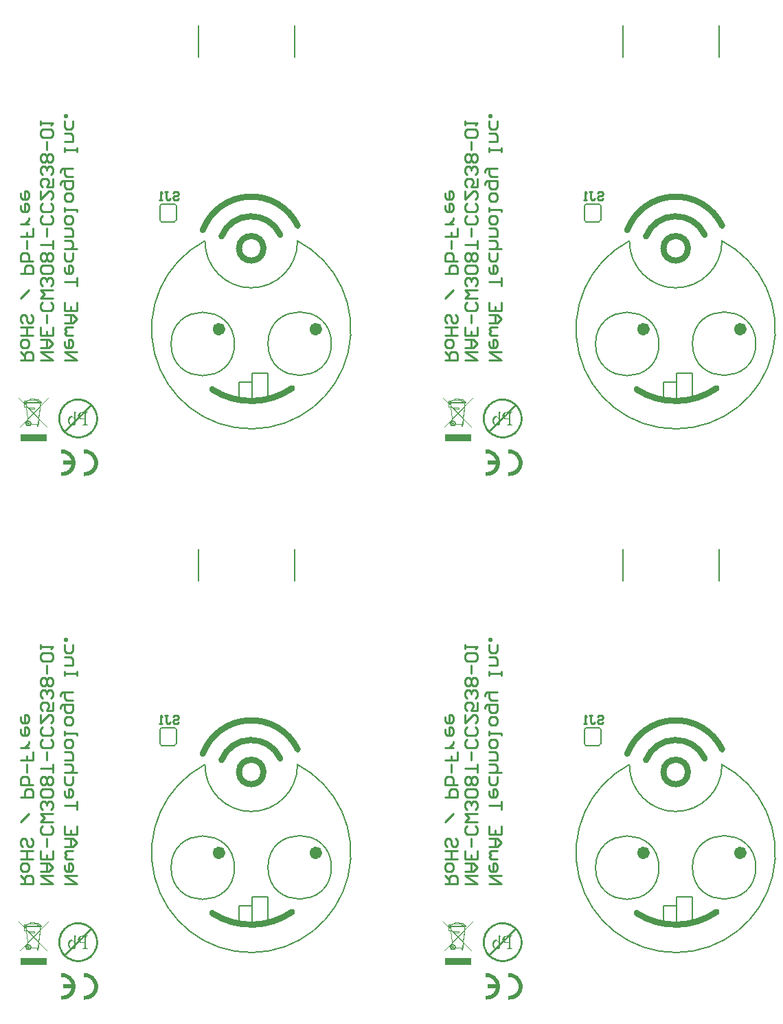
<source format=gbo>
G04 Layer_Color=32896*
%FSLAX25Y25*%
%MOIN*%
G70*
G01*
G75*
%ADD26C,0.01000*%
%ADD50C,0.00787*%
%ADD84C,0.00784*%
%ADD85C,0.03135*%
G36*
X246700Y321222D02*
X242778Y317138D01*
X242662Y316038D01*
X242419Y313366D01*
X242222Y311445D01*
X246422Y307130D01*
X246133Y306852D01*
X242188Y310901D01*
X241956Y308414D01*
X241829D01*
Y307465D01*
X240950D01*
Y308414D01*
X238231D01*
X238127Y308229D01*
X237999Y308044D01*
X237803Y307835D01*
X237548Y307662D01*
X237259Y307569D01*
X236981Y307535D01*
X236692Y307546D01*
X236484Y307604D01*
X236241Y307708D01*
X236033Y307835D01*
X235871Y307997D01*
X235708Y308229D01*
X235593Y308483D01*
X235523Y308726D01*
X235500Y308923D01*
X235523Y309166D01*
X235558Y309351D01*
X235628Y309525D01*
X235732Y309721D01*
X235847Y309883D01*
X236009Y310034D01*
X236183Y310149D01*
X236345Y310230D01*
X236322Y310439D01*
X232862Y306852D01*
X232573Y307141D01*
X236287Y310982D01*
X235986Y314338D01*
X235778Y316767D01*
X234667D01*
Y318329D01*
X234956D01*
X232145Y321222D01*
X232434Y321500D01*
X235084Y318769D01*
Y318966D01*
X235026Y319012D01*
X234956Y319058D01*
X234887Y319128D01*
X234818Y319209D01*
X234783Y319313D01*
X234748Y319405D01*
X234737Y319521D01*
X234760Y319672D01*
X234794Y319753D01*
X234899Y319915D01*
X235014Y320019D01*
X235165Y320088D01*
X235327Y320111D01*
X235489Y320088D01*
X235628Y320030D01*
X235743Y319961D01*
X235801Y319891D01*
X235905Y319984D01*
X236079Y320100D01*
X236287Y320204D01*
X236588Y320319D01*
X236912Y320412D01*
X237236Y320481D01*
X237583Y320539D01*
X237860Y320574D01*
Y320921D01*
X240082D01*
Y320620D01*
X240255D01*
X240545Y320585D01*
X240846Y320551D01*
X241135Y320504D01*
Y320690D01*
X242095D01*
Y320238D01*
X242211Y320181D01*
X242361Y320111D01*
X242535Y320007D01*
X242674Y319915D01*
X242801Y319799D01*
X242894Y319718D01*
X242951Y319637D01*
X242998Y319544D01*
X242974Y319382D01*
X243530D01*
Y318676D01*
X242917D01*
X242824Y317762D01*
X246411Y321500D01*
X246700Y321222D01*
D02*
G37*
G36*
X40700D02*
X36778Y317138D01*
X36662Y316038D01*
X36419Y313366D01*
X36222Y311445D01*
X40422Y307130D01*
X40133Y306852D01*
X36188Y310901D01*
X35956Y308414D01*
X35829D01*
Y307465D01*
X34950D01*
Y308414D01*
X32231D01*
X32127Y308229D01*
X31999Y308044D01*
X31803Y307835D01*
X31548Y307662D01*
X31259Y307569D01*
X30981Y307535D01*
X30692Y307546D01*
X30484Y307604D01*
X30241Y307708D01*
X30033Y307835D01*
X29871Y307997D01*
X29708Y308229D01*
X29593Y308483D01*
X29523Y308726D01*
X29500Y308923D01*
X29523Y309166D01*
X29558Y309351D01*
X29627Y309525D01*
X29732Y309721D01*
X29847Y309883D01*
X30009Y310034D01*
X30183Y310149D01*
X30345Y310230D01*
X30322Y310439D01*
X26862Y306852D01*
X26573Y307141D01*
X30287Y310982D01*
X29986Y314338D01*
X29778Y316767D01*
X28667D01*
Y318329D01*
X28956D01*
X26145Y321222D01*
X26434Y321500D01*
X29084Y318769D01*
Y318966D01*
X29026Y319012D01*
X28956Y319058D01*
X28887Y319128D01*
X28818Y319209D01*
X28783Y319313D01*
X28748Y319405D01*
X28737Y319521D01*
X28760Y319672D01*
X28795Y319753D01*
X28899Y319915D01*
X29014Y320019D01*
X29165Y320088D01*
X29327Y320111D01*
X29489Y320088D01*
X29627Y320030D01*
X29743Y319961D01*
X29801Y319891D01*
X29905Y319984D01*
X30079Y320100D01*
X30287Y320204D01*
X30588Y320319D01*
X30912Y320412D01*
X31236Y320481D01*
X31583Y320539D01*
X31861Y320574D01*
Y320921D01*
X34082D01*
Y320620D01*
X34255D01*
X34545Y320585D01*
X34846Y320551D01*
X35135Y320504D01*
Y320690D01*
X36095D01*
Y320238D01*
X36211Y320181D01*
X36361Y320111D01*
X36535Y320007D01*
X36674Y319915D01*
X36801Y319799D01*
X36893Y319718D01*
X36951Y319637D01*
X36998Y319544D01*
X36974Y319382D01*
X37530D01*
Y318676D01*
X36917D01*
X36824Y317762D01*
X40411Y321500D01*
X40700Y321222D01*
D02*
G37*
G36*
X261398Y321073D02*
X261768Y321050D01*
X262127Y321015D01*
X262474Y320957D01*
X262821Y320900D01*
X263145Y320818D01*
X263793Y320645D01*
X264394Y320425D01*
X264961Y320182D01*
X265482Y319928D01*
X265725Y319800D01*
X265956Y319661D01*
X266176Y319534D01*
X266384Y319395D01*
X266581Y319268D01*
X266766Y319141D01*
X266940Y319014D01*
X267102Y318898D01*
X267241Y318782D01*
X267368Y318678D01*
X267483Y318585D01*
X267588Y318505D01*
X267680Y318424D01*
X267750Y318366D01*
X267808Y318308D01*
X267842Y318273D01*
X267865Y318250D01*
X267877Y318238D01*
X268131Y317972D01*
X268374Y317695D01*
X268594Y317417D01*
X268814Y317128D01*
X268999Y316839D01*
X269184Y316561D01*
X269358Y316260D01*
X269508Y315971D01*
X269647Y315682D01*
X269786Y315392D01*
X270006Y314825D01*
X270202Y314282D01*
X270341Y313761D01*
X270469Y313263D01*
X270515Y313032D01*
X270550Y312812D01*
X270584Y312615D01*
X270619Y312419D01*
X270642Y312234D01*
X270654Y312072D01*
X270665Y311921D01*
X270677Y311794D01*
X270688Y311678D01*
Y311574D01*
X270700Y311505D01*
Y311447D01*
Y311412D01*
Y311401D01*
X270688Y311030D01*
X270665Y310660D01*
X270631Y310301D01*
X270573Y309954D01*
X270515Y309607D01*
X270434Y309283D01*
X270260Y308635D01*
X270040Y308034D01*
X269809Y307467D01*
X269555Y306946D01*
X269416Y306703D01*
X269288Y306472D01*
X269161Y306252D01*
X269022Y306044D01*
X268895Y305847D01*
X268768Y305662D01*
X268652Y305488D01*
X268536Y305326D01*
X268421Y305188D01*
X268317Y305060D01*
X268224Y304944D01*
X268131Y304840D01*
X268062Y304748D01*
X267993Y304678D01*
X267946Y304621D01*
X267912Y304586D01*
X267888Y304563D01*
X267877Y304551D01*
X267611Y304297D01*
X267333Y304054D01*
X267056Y303822D01*
X266766Y303614D01*
X266477Y303417D01*
X266188Y303232D01*
X265898Y303070D01*
X265609Y302908D01*
X265320Y302769D01*
X265031Y302642D01*
X264464Y302411D01*
X263908Y302226D01*
X263388Y302075D01*
X262902Y301959D01*
X262670Y301902D01*
X262451Y301867D01*
X262242Y301832D01*
X262046Y301809D01*
X261860Y301774D01*
X261699Y301763D01*
X261548Y301751D01*
X261421Y301740D01*
X261305Y301728D01*
X261201D01*
X261132Y301716D01*
X261028D01*
X260657Y301728D01*
X260287Y301751D01*
X259928Y301786D01*
X259581Y301844D01*
X259246Y301902D01*
X258910Y301983D01*
X258274Y302156D01*
X257672Y302376D01*
X257105Y302619D01*
X256585Y302873D01*
X256342Y303001D01*
X256110Y303140D01*
X255890Y303267D01*
X255682Y303394D01*
X255485Y303533D01*
X255300Y303660D01*
X255127Y303776D01*
X254965Y303892D01*
X254826Y304007D01*
X254699Y304112D01*
X254583Y304204D01*
X254479Y304285D01*
X254386Y304366D01*
X254317Y304435D01*
X254259Y304482D01*
X254224Y304516D01*
X254201Y304540D01*
X254190Y304551D01*
X253935Y304817D01*
X253692Y305095D01*
X253461Y305373D01*
X253252Y305662D01*
X253056Y305951D01*
X252871Y306240D01*
X252697Y306530D01*
X252547Y306819D01*
X252396Y307108D01*
X252269Y307397D01*
X252038Y307964D01*
X251852Y308520D01*
X251702Y309040D01*
X251586Y309526D01*
X251529Y309758D01*
X251494Y309977D01*
X251459Y310186D01*
X251424Y310382D01*
X251401Y310567D01*
X251390Y310730D01*
X251378Y310880D01*
X251366Y311007D01*
X251355Y311123D01*
X251343Y311227D01*
Y311296D01*
Y311354D01*
Y311389D01*
Y311401D01*
X251355Y311771D01*
X251378Y312141D01*
X251413Y312500D01*
X251471Y312847D01*
X251529Y313182D01*
X251609Y313518D01*
X251783Y314154D01*
X252003Y314756D01*
X252246Y315323D01*
X252500Y315843D01*
X252628Y316086D01*
X252766Y316318D01*
X252894Y316538D01*
X253033Y316746D01*
X253160Y316943D01*
X253287Y317128D01*
X253414Y317301D01*
X253530Y317463D01*
X253646Y317602D01*
X253750Y317729D01*
X253842Y317845D01*
X253924Y317949D01*
X254005Y318042D01*
X254062Y318111D01*
X254120Y318169D01*
X254155Y318204D01*
X254178Y318227D01*
X254190Y318238D01*
X254456Y318493D01*
X254733Y318736D01*
X255011Y318967D01*
X255300Y319176D01*
X255590Y319372D01*
X255867Y319557D01*
X256168Y319731D01*
X256457Y319881D01*
X256747Y320032D01*
X257036Y320159D01*
X257603Y320391D01*
X258147Y320576D01*
X258667Y320726D01*
X259165Y320842D01*
X259396Y320900D01*
X259616Y320934D01*
X259813Y320969D01*
X260009Y321004D01*
X260194Y321027D01*
X260356Y321038D01*
X260507Y321050D01*
X260634Y321061D01*
X260750Y321073D01*
X260854Y321085D01*
X261028D01*
X261398Y321073D01*
D02*
G37*
G36*
X55398D02*
X55768Y321050D01*
X56127Y321015D01*
X56474Y320957D01*
X56821Y320900D01*
X57145Y320818D01*
X57793Y320645D01*
X58394Y320425D01*
X58961Y320182D01*
X59482Y319928D01*
X59725Y319800D01*
X59956Y319661D01*
X60176Y319534D01*
X60384Y319395D01*
X60581Y319268D01*
X60766Y319141D01*
X60940Y319014D01*
X61102Y318898D01*
X61241Y318782D01*
X61368Y318678D01*
X61484Y318585D01*
X61588Y318505D01*
X61680Y318424D01*
X61750Y318366D01*
X61808Y318308D01*
X61842Y318273D01*
X61865Y318250D01*
X61877Y318238D01*
X62132Y317972D01*
X62374Y317695D01*
X62594Y317417D01*
X62814Y317128D01*
X62999Y316839D01*
X63184Y316561D01*
X63358Y316260D01*
X63508Y315971D01*
X63647Y315682D01*
X63786Y315392D01*
X64006Y314825D01*
X64202Y314282D01*
X64341Y313761D01*
X64469Y313263D01*
X64515Y313032D01*
X64550Y312812D01*
X64584Y312615D01*
X64619Y312419D01*
X64642Y312234D01*
X64654Y312072D01*
X64665Y311921D01*
X64677Y311794D01*
X64688Y311678D01*
Y311574D01*
X64700Y311505D01*
Y311447D01*
Y311412D01*
Y311401D01*
X64688Y311030D01*
X64665Y310660D01*
X64631Y310301D01*
X64573Y309954D01*
X64515Y309607D01*
X64434Y309283D01*
X64260Y308635D01*
X64040Y308034D01*
X63809Y307467D01*
X63555Y306946D01*
X63416Y306703D01*
X63288Y306472D01*
X63161Y306252D01*
X63022Y306044D01*
X62895Y305847D01*
X62768Y305662D01*
X62652Y305488D01*
X62536Y305326D01*
X62421Y305188D01*
X62317Y305060D01*
X62224Y304944D01*
X62132Y304840D01*
X62062Y304748D01*
X61993Y304678D01*
X61946Y304621D01*
X61912Y304586D01*
X61888Y304563D01*
X61877Y304551D01*
X61611Y304297D01*
X61333Y304054D01*
X61055Y303822D01*
X60766Y303614D01*
X60477Y303417D01*
X60188Y303232D01*
X59899Y303070D01*
X59609Y302908D01*
X59320Y302769D01*
X59031Y302642D01*
X58464Y302411D01*
X57908Y302226D01*
X57388Y302075D01*
X56902Y301959D01*
X56670Y301902D01*
X56451Y301867D01*
X56242Y301832D01*
X56046Y301809D01*
X55861Y301774D01*
X55699Y301763D01*
X55548Y301751D01*
X55421Y301740D01*
X55305Y301728D01*
X55201D01*
X55132Y301716D01*
X55028D01*
X54657Y301728D01*
X54287Y301751D01*
X53928Y301786D01*
X53581Y301844D01*
X53246Y301902D01*
X52910Y301983D01*
X52274Y302156D01*
X51672Y302376D01*
X51105Y302619D01*
X50585Y302873D01*
X50342Y303001D01*
X50110Y303140D01*
X49890Y303267D01*
X49682Y303394D01*
X49485Y303533D01*
X49300Y303660D01*
X49127Y303776D01*
X48965Y303892D01*
X48826Y304007D01*
X48699Y304112D01*
X48583Y304204D01*
X48479Y304285D01*
X48386Y304366D01*
X48317Y304435D01*
X48259Y304482D01*
X48224Y304516D01*
X48201Y304540D01*
X48190Y304551D01*
X47935Y304817D01*
X47692Y305095D01*
X47461Y305373D01*
X47252Y305662D01*
X47056Y305951D01*
X46871Y306240D01*
X46697Y306530D01*
X46547Y306819D01*
X46396Y307108D01*
X46269Y307397D01*
X46038Y307964D01*
X45853Y308520D01*
X45702Y309040D01*
X45586Y309526D01*
X45529Y309758D01*
X45494Y309977D01*
X45459Y310186D01*
X45424Y310382D01*
X45401Y310567D01*
X45390Y310730D01*
X45378Y310880D01*
X45366Y311007D01*
X45355Y311123D01*
X45343Y311227D01*
Y311296D01*
Y311354D01*
Y311389D01*
Y311401D01*
X45355Y311771D01*
X45378Y312141D01*
X45413Y312500D01*
X45471Y312847D01*
X45529Y313182D01*
X45610Y313518D01*
X45783Y314154D01*
X46003Y314756D01*
X46246Y315323D01*
X46500Y315843D01*
X46628Y316086D01*
X46766Y316318D01*
X46894Y316538D01*
X47033Y316746D01*
X47160Y316943D01*
X47287Y317128D01*
X47414Y317301D01*
X47530Y317463D01*
X47646Y317602D01*
X47750Y317729D01*
X47842Y317845D01*
X47923Y317949D01*
X48004Y318042D01*
X48062Y318111D01*
X48120Y318169D01*
X48155Y318204D01*
X48178Y318227D01*
X48190Y318238D01*
X48456Y318493D01*
X48733Y318736D01*
X49011Y318967D01*
X49300Y319176D01*
X49590Y319372D01*
X49867Y319557D01*
X50168Y319731D01*
X50457Y319881D01*
X50747Y320032D01*
X51036Y320159D01*
X51603Y320391D01*
X52147Y320576D01*
X52667Y320726D01*
X53165Y320842D01*
X53396Y320900D01*
X53616Y320934D01*
X53813Y320969D01*
X54009Y321004D01*
X54194Y321027D01*
X54356Y321038D01*
X54507Y321050D01*
X54634Y321061D01*
X54750Y321073D01*
X54854Y321085D01*
X55028D01*
X55398Y321073D01*
D02*
G37*
G36*
X245855Y303647D02*
Y303589D01*
Y303508D01*
Y303427D01*
Y303335D01*
Y303254D01*
Y303196D01*
Y303184D01*
Y303173D01*
Y302791D01*
Y302606D01*
Y302432D01*
Y302293D01*
Y302178D01*
Y302131D01*
Y302097D01*
Y302085D01*
Y302074D01*
Y301854D01*
Y301657D01*
Y301472D01*
Y301310D01*
Y301171D01*
Y301079D01*
Y301009D01*
Y300997D01*
Y300986D01*
Y300824D01*
Y300708D01*
Y300616D01*
Y300558D01*
Y300523D01*
Y300512D01*
Y300500D01*
X233209D01*
Y300523D01*
Y300581D01*
Y300650D01*
Y300743D01*
Y300835D01*
Y300905D01*
Y300963D01*
Y300986D01*
Y301368D01*
Y301553D01*
Y301715D01*
Y301865D01*
Y301969D01*
Y302016D01*
Y302050D01*
Y302062D01*
Y302074D01*
Y302293D01*
Y302502D01*
Y302687D01*
Y302849D01*
Y302988D01*
Y303092D01*
Y303150D01*
Y303173D01*
Y303265D01*
Y303335D01*
Y303462D01*
Y303555D01*
Y303612D01*
Y303647D01*
Y303659D01*
Y303670D01*
X245855D01*
Y303647D01*
D02*
G37*
G36*
X39855D02*
Y303589D01*
Y303508D01*
Y303427D01*
Y303335D01*
Y303254D01*
Y303196D01*
Y303184D01*
Y303173D01*
Y302791D01*
Y302606D01*
Y302432D01*
Y302293D01*
Y302178D01*
Y302131D01*
Y302097D01*
Y302085D01*
Y302074D01*
Y301854D01*
Y301657D01*
Y301472D01*
Y301310D01*
Y301171D01*
Y301079D01*
Y301009D01*
Y300997D01*
Y300986D01*
Y300824D01*
Y300708D01*
Y300616D01*
Y300558D01*
Y300523D01*
Y300512D01*
Y300500D01*
X27209D01*
Y300523D01*
Y300581D01*
Y300650D01*
Y300743D01*
Y300835D01*
Y300905D01*
Y300963D01*
Y300986D01*
Y301368D01*
Y301553D01*
Y301715D01*
Y301865D01*
Y301969D01*
Y302016D01*
Y302050D01*
Y302062D01*
Y302074D01*
Y302293D01*
Y302502D01*
Y302687D01*
Y302849D01*
Y302988D01*
Y303092D01*
Y303150D01*
Y303173D01*
Y303265D01*
Y303335D01*
Y303462D01*
Y303555D01*
Y303612D01*
Y303647D01*
Y303659D01*
Y303670D01*
X39855D01*
Y303647D01*
D02*
G37*
G36*
X264741Y296377D02*
X265216Y296320D01*
X265667Y296227D01*
X266095Y296100D01*
X266500Y295961D01*
X266870Y295799D01*
X267229Y295625D01*
X267541Y295452D01*
X267831Y295278D01*
X268085Y295105D01*
X268305Y294943D01*
X268490Y294804D01*
X268629Y294677D01*
X268733Y294584D01*
X268802Y294526D01*
X268826Y294503D01*
X269161Y294144D01*
X269450Y293763D01*
X269705Y293381D01*
X269913Y292999D01*
X270098Y292606D01*
X270249Y292235D01*
X270376Y291865D01*
X270480Y291518D01*
X270550Y291194D01*
X270607Y290893D01*
X270654Y290627D01*
X270677Y290396D01*
X270688Y290292D01*
X270700Y290199D01*
Y290130D01*
X270712Y290060D01*
Y290014D01*
Y289979D01*
Y289956D01*
Y289945D01*
X270688Y289459D01*
X270631Y288984D01*
X270538Y288533D01*
X270411Y288105D01*
X270272Y287700D01*
X270110Y287330D01*
X269948Y286983D01*
X269763Y286659D01*
X269589Y286381D01*
X269427Y286126D01*
X269265Y285907D01*
X269115Y285721D01*
X268999Y285583D01*
X268907Y285467D01*
X268849Y285409D01*
X268826Y285386D01*
X268467Y285050D01*
X268085Y284761D01*
X267703Y284507D01*
X267310Y284298D01*
X266928Y284113D01*
X266546Y283963D01*
X266176Y283836D01*
X265829Y283731D01*
X265505Y283662D01*
X265204Y283604D01*
X264938Y283558D01*
X264707Y283535D01*
X264603Y283523D01*
X264510Y283512D01*
X264441D01*
X264371Y283500D01*
X264013D01*
X263908Y283512D01*
X263723D01*
X263665Y283523D01*
X263608D01*
Y285478D01*
X263827Y285455D01*
X263943Y285444D01*
X264036D01*
X264128Y285432D01*
X264255D01*
X264603Y285444D01*
X264927Y285490D01*
X265239Y285560D01*
X265540Y285641D01*
X265817Y285733D01*
X266084Y285849D01*
X266326Y285964D01*
X266546Y286092D01*
X266755Y286219D01*
X266928Y286335D01*
X267079Y286450D01*
X267206Y286543D01*
X267310Y286635D01*
X267391Y286693D01*
X267437Y286740D01*
X267449Y286751D01*
X267680Y287006D01*
X267888Y287272D01*
X268062Y287538D01*
X268212Y287816D01*
X268340Y288082D01*
X268444Y288348D01*
X268536Y288602D01*
X268606Y288845D01*
X268652Y289077D01*
X268698Y289285D01*
X268722Y289470D01*
X268745Y289632D01*
X268756Y289759D01*
X268768Y289863D01*
Y289921D01*
Y289945D01*
X268756Y290292D01*
X268710Y290616D01*
X268640Y290939D01*
X268560Y291240D01*
X268467Y291518D01*
X268351Y291784D01*
X268236Y292027D01*
X268108Y292247D01*
X267981Y292444D01*
X267865Y292617D01*
X267750Y292779D01*
X267657Y292906D01*
X267565Y292999D01*
X267507Y293080D01*
X267460Y293126D01*
X267449Y293138D01*
X267194Y293369D01*
X266928Y293578D01*
X266662Y293751D01*
X266384Y293913D01*
X266118Y294040D01*
X265852Y294144D01*
X265598Y294237D01*
X265355Y294306D01*
X265123Y294353D01*
X264915Y294399D01*
X264730Y294434D01*
X264568Y294445D01*
X264441Y294457D01*
X264336Y294468D01*
X264255D01*
X264013Y294457D01*
X263908D01*
X263804Y294445D01*
X263723Y294434D01*
X263665D01*
X263619Y294422D01*
X263608D01*
Y296366D01*
X263827Y296389D01*
X263932D01*
X264036Y296401D01*
X264255D01*
X264741Y296377D01*
D02*
G37*
G36*
X253773D02*
X254247Y296320D01*
X254699Y296227D01*
X255127Y296100D01*
X255532Y295961D01*
X255902Y295799D01*
X256249Y295625D01*
X256573Y295452D01*
X256851Y295278D01*
X257105Y295105D01*
X257325Y294943D01*
X257510Y294804D01*
X257649Y294677D01*
X257765Y294584D01*
X257823Y294526D01*
X257846Y294503D01*
X258181Y294144D01*
X258471Y293763D01*
X258725Y293381D01*
X258933Y292999D01*
X259118Y292606D01*
X259269Y292235D01*
X259396Y291865D01*
X259500Y291518D01*
X259570Y291194D01*
X259628Y290893D01*
X259674Y290627D01*
X259697Y290396D01*
X259708Y290292D01*
X259720Y290199D01*
Y290130D01*
X259732Y290060D01*
Y290014D01*
Y289979D01*
Y289956D01*
Y289945D01*
X259708Y289459D01*
X259651Y288984D01*
X259558Y288533D01*
X259431Y288105D01*
X259292Y287700D01*
X259130Y287330D01*
X258968Y286983D01*
X258783Y286659D01*
X258609Y286381D01*
X258447Y286126D01*
X258285Y285907D01*
X258135Y285721D01*
X258019Y285583D01*
X257927Y285467D01*
X257869Y285409D01*
X257846Y285386D01*
X257487Y285050D01*
X257105Y284761D01*
X256723Y284507D01*
X256342Y284298D01*
X255948Y284113D01*
X255578Y283963D01*
X255208Y283836D01*
X254861Y283731D01*
X254537Y283662D01*
X254236Y283604D01*
X253970Y283558D01*
X253738Y283535D01*
X253634Y283523D01*
X253542Y283512D01*
X253472D01*
X253403Y283500D01*
X253044D01*
X252940Y283512D01*
X252755D01*
X252697Y283523D01*
X252639D01*
X252651Y285478D01*
X252871Y285455D01*
X252975Y285444D01*
X253079D01*
X253160Y285432D01*
X253287D01*
X253576Y285444D01*
X253866Y285478D01*
X254143Y285525D01*
X254398Y285583D01*
X254652Y285664D01*
X254884Y285745D01*
X255104Y285837D01*
X255300Y285930D01*
X255485Y286022D01*
X255647Y286115D01*
X255786Y286196D01*
X255902Y286277D01*
X255995Y286335D01*
X256064Y286381D01*
X256110Y286416D01*
X256122Y286427D01*
X256342Y286624D01*
X256550Y286821D01*
X256723Y287029D01*
X256885Y287249D01*
X257036Y287457D01*
X257163Y287677D01*
X257279Y287885D01*
X257371Y288082D01*
X257452Y288267D01*
X257522Y288440D01*
X257580Y288591D01*
X257626Y288730D01*
X257661Y288834D01*
X257684Y288915D01*
X257695Y288961D01*
Y288984D01*
X253924D01*
Y290916D01*
X257695D01*
X257626Y291206D01*
X257533Y291472D01*
X257429Y291738D01*
X257313Y291981D01*
X257186Y292201D01*
X257059Y292409D01*
X256920Y292606D01*
X256793Y292779D01*
X256666Y292941D01*
X256538Y293080D01*
X256434Y293196D01*
X256330Y293288D01*
X256249Y293369D01*
X256191Y293427D01*
X256145Y293462D01*
X256133Y293473D01*
X255890Y293647D01*
X255647Y293797D01*
X255404Y293936D01*
X255161Y294052D01*
X254919Y294144D01*
X254687Y294225D01*
X254456Y294295D01*
X254236Y294341D01*
X254039Y294387D01*
X253854Y294410D01*
X253692Y294434D01*
X253553Y294457D01*
X253438D01*
X253357Y294468D01*
X253287D01*
X253044Y294457D01*
X252940D01*
X252836Y294445D01*
X252755Y294434D01*
X252697D01*
X252651Y294422D01*
X252639D01*
Y296366D01*
X252778Y296377D01*
X252894Y296389D01*
X253010D01*
X253102Y296401D01*
X253287D01*
X253773Y296377D01*
D02*
G37*
G36*
X58741D02*
X59216Y296320D01*
X59667Y296227D01*
X60095Y296100D01*
X60500Y295961D01*
X60870Y295799D01*
X61229Y295625D01*
X61541Y295452D01*
X61831Y295278D01*
X62085Y295105D01*
X62305Y294943D01*
X62490Y294804D01*
X62629Y294677D01*
X62733Y294584D01*
X62802Y294526D01*
X62826Y294503D01*
X63161Y294144D01*
X63450Y293763D01*
X63705Y293381D01*
X63913Y292999D01*
X64098Y292606D01*
X64249Y292235D01*
X64376Y291865D01*
X64480Y291518D01*
X64550Y291194D01*
X64607Y290893D01*
X64654Y290627D01*
X64677Y290396D01*
X64688Y290292D01*
X64700Y290199D01*
Y290130D01*
X64712Y290060D01*
Y290014D01*
Y289979D01*
Y289956D01*
Y289945D01*
X64688Y289459D01*
X64631Y288984D01*
X64538Y288533D01*
X64411Y288105D01*
X64272Y287700D01*
X64110Y287330D01*
X63948Y286983D01*
X63763Y286659D01*
X63589Y286381D01*
X63427Y286126D01*
X63265Y285907D01*
X63115Y285721D01*
X62999Y285583D01*
X62907Y285467D01*
X62849Y285409D01*
X62826Y285386D01*
X62467Y285050D01*
X62085Y284761D01*
X61703Y284507D01*
X61310Y284298D01*
X60928Y284113D01*
X60546Y283963D01*
X60176Y283836D01*
X59829Y283731D01*
X59505Y283662D01*
X59204Y283604D01*
X58938Y283558D01*
X58707Y283535D01*
X58603Y283523D01*
X58510Y283512D01*
X58441D01*
X58371Y283500D01*
X58012D01*
X57908Y283512D01*
X57723D01*
X57665Y283523D01*
X57608D01*
Y285478D01*
X57827Y285455D01*
X57943Y285444D01*
X58036D01*
X58128Y285432D01*
X58255D01*
X58603Y285444D01*
X58927Y285490D01*
X59239Y285560D01*
X59540Y285641D01*
X59817Y285733D01*
X60084Y285849D01*
X60326Y285964D01*
X60546Y286092D01*
X60755Y286219D01*
X60928Y286335D01*
X61079Y286450D01*
X61206Y286543D01*
X61310Y286635D01*
X61391Y286693D01*
X61437Y286740D01*
X61449Y286751D01*
X61680Y287006D01*
X61888Y287272D01*
X62062Y287538D01*
X62213Y287816D01*
X62340Y288082D01*
X62444Y288348D01*
X62536Y288602D01*
X62606Y288845D01*
X62652Y289077D01*
X62698Y289285D01*
X62722Y289470D01*
X62745Y289632D01*
X62756Y289759D01*
X62768Y289863D01*
Y289921D01*
Y289945D01*
X62756Y290292D01*
X62710Y290616D01*
X62641Y290939D01*
X62560Y291240D01*
X62467Y291518D01*
X62351Y291784D01*
X62236Y292027D01*
X62108Y292247D01*
X61981Y292444D01*
X61865Y292617D01*
X61750Y292779D01*
X61657Y292906D01*
X61564Y292999D01*
X61507Y293080D01*
X61460Y293126D01*
X61449Y293138D01*
X61194Y293369D01*
X60928Y293578D01*
X60662Y293751D01*
X60384Y293913D01*
X60118Y294040D01*
X59852Y294144D01*
X59598Y294237D01*
X59355Y294306D01*
X59123Y294353D01*
X58915Y294399D01*
X58730Y294434D01*
X58568Y294445D01*
X58441Y294457D01*
X58337Y294468D01*
X58255D01*
X58012Y294457D01*
X57908D01*
X57804Y294445D01*
X57723Y294434D01*
X57665D01*
X57619Y294422D01*
X57608D01*
Y296366D01*
X57827Y296389D01*
X57932D01*
X58036Y296401D01*
X58255D01*
X58741Y296377D01*
D02*
G37*
G36*
X47773D02*
X48248Y296320D01*
X48699Y296227D01*
X49127Y296100D01*
X49532Y295961D01*
X49902Y295799D01*
X50249Y295625D01*
X50573Y295452D01*
X50851Y295278D01*
X51105Y295105D01*
X51325Y294943D01*
X51510Y294804D01*
X51649Y294677D01*
X51765Y294584D01*
X51823Y294526D01*
X51846Y294503D01*
X52181Y294144D01*
X52470Y293763D01*
X52725Y293381D01*
X52933Y292999D01*
X53118Y292606D01*
X53269Y292235D01*
X53396Y291865D01*
X53500Y291518D01*
X53570Y291194D01*
X53628Y290893D01*
X53674Y290627D01*
X53697Y290396D01*
X53708Y290292D01*
X53720Y290199D01*
Y290130D01*
X53732Y290060D01*
Y290014D01*
Y289979D01*
Y289956D01*
Y289945D01*
X53708Y289459D01*
X53651Y288984D01*
X53558Y288533D01*
X53431Y288105D01*
X53292Y287700D01*
X53130Y287330D01*
X52968Y286983D01*
X52783Y286659D01*
X52609Y286381D01*
X52447Y286126D01*
X52285Y285907D01*
X52135Y285721D01*
X52019Y285583D01*
X51927Y285467D01*
X51869Y285409D01*
X51846Y285386D01*
X51487Y285050D01*
X51105Y284761D01*
X50723Y284507D01*
X50342Y284298D01*
X49948Y284113D01*
X49578Y283963D01*
X49208Y283836D01*
X48861Y283731D01*
X48537Y283662D01*
X48236Y283604D01*
X47970Y283558D01*
X47738Y283535D01*
X47634Y283523D01*
X47542Y283512D01*
X47472D01*
X47403Y283500D01*
X47044D01*
X46940Y283512D01*
X46755D01*
X46697Y283523D01*
X46639D01*
X46651Y285478D01*
X46871Y285455D01*
X46975Y285444D01*
X47079D01*
X47160Y285432D01*
X47287D01*
X47576Y285444D01*
X47866Y285478D01*
X48143Y285525D01*
X48398Y285583D01*
X48652Y285664D01*
X48884Y285745D01*
X49104Y285837D01*
X49300Y285930D01*
X49485Y286022D01*
X49647Y286115D01*
X49786Y286196D01*
X49902Y286277D01*
X49995Y286335D01*
X50064Y286381D01*
X50110Y286416D01*
X50122Y286427D01*
X50342Y286624D01*
X50550Y286821D01*
X50723Y287029D01*
X50885Y287249D01*
X51036Y287457D01*
X51163Y287677D01*
X51279Y287885D01*
X51371Y288082D01*
X51452Y288267D01*
X51522Y288440D01*
X51580Y288591D01*
X51626Y288730D01*
X51661Y288834D01*
X51684Y288915D01*
X51695Y288961D01*
Y288984D01*
X47923D01*
Y290916D01*
X51695D01*
X51626Y291206D01*
X51533Y291472D01*
X51429Y291738D01*
X51314Y291981D01*
X51186Y292201D01*
X51059Y292409D01*
X50920Y292606D01*
X50793Y292779D01*
X50666Y292941D01*
X50538Y293080D01*
X50434Y293196D01*
X50330Y293288D01*
X50249Y293369D01*
X50191Y293427D01*
X50145Y293462D01*
X50133Y293473D01*
X49890Y293647D01*
X49647Y293797D01*
X49404Y293936D01*
X49161Y294052D01*
X48919Y294144D01*
X48687Y294225D01*
X48456Y294295D01*
X48236Y294341D01*
X48039Y294387D01*
X47854Y294410D01*
X47692Y294434D01*
X47553Y294457D01*
X47438D01*
X47357Y294468D01*
X47287D01*
X47044Y294457D01*
X46940D01*
X46836Y294445D01*
X46755Y294434D01*
X46697D01*
X46651Y294422D01*
X46639D01*
Y296366D01*
X46778Y296377D01*
X46894Y296389D01*
X47010D01*
X47102Y296401D01*
X47287D01*
X47773Y296377D01*
D02*
G37*
G36*
X246700Y67222D02*
X242778Y63138D01*
X242662Y62038D01*
X242419Y59366D01*
X242222Y57445D01*
X246422Y53130D01*
X246133Y52852D01*
X242188Y56901D01*
X241956Y54414D01*
X241829D01*
Y53465D01*
X240950D01*
Y54414D01*
X238231D01*
X238127Y54229D01*
X237999Y54044D01*
X237803Y53835D01*
X237548Y53662D01*
X237259Y53569D01*
X236981Y53535D01*
X236692Y53546D01*
X236484Y53604D01*
X236241Y53708D01*
X236033Y53835D01*
X235871Y53997D01*
X235708Y54229D01*
X235593Y54483D01*
X235523Y54726D01*
X235500Y54923D01*
X235523Y55166D01*
X235558Y55351D01*
X235628Y55525D01*
X235732Y55721D01*
X235847Y55883D01*
X236009Y56034D01*
X236183Y56149D01*
X236345Y56230D01*
X236322Y56439D01*
X232862Y52852D01*
X232573Y53141D01*
X236287Y56982D01*
X235986Y60338D01*
X235778Y62767D01*
X234667D01*
Y64329D01*
X234956D01*
X232145Y67222D01*
X232434Y67500D01*
X235084Y64769D01*
Y64966D01*
X235026Y65012D01*
X234956Y65058D01*
X234887Y65128D01*
X234818Y65209D01*
X234783Y65313D01*
X234748Y65405D01*
X234737Y65521D01*
X234760Y65671D01*
X234794Y65753D01*
X234899Y65914D01*
X235014Y66019D01*
X235165Y66088D01*
X235327Y66111D01*
X235489Y66088D01*
X235628Y66030D01*
X235743Y65961D01*
X235801Y65891D01*
X235905Y65984D01*
X236079Y66100D01*
X236287Y66204D01*
X236588Y66319D01*
X236912Y66412D01*
X237236Y66481D01*
X237583Y66539D01*
X237860Y66574D01*
Y66921D01*
X240082D01*
Y66620D01*
X240255D01*
X240545Y66585D01*
X240846Y66551D01*
X241135Y66505D01*
Y66690D01*
X242095D01*
Y66238D01*
X242211Y66181D01*
X242361Y66111D01*
X242535Y66007D01*
X242674Y65914D01*
X242801Y65799D01*
X242894Y65718D01*
X242951Y65637D01*
X242998Y65544D01*
X242974Y65382D01*
X243530D01*
Y64676D01*
X242917D01*
X242824Y63762D01*
X246411Y67500D01*
X246700Y67222D01*
D02*
G37*
G36*
X40700D02*
X36778Y63138D01*
X36662Y62038D01*
X36419Y59366D01*
X36222Y57445D01*
X40422Y53130D01*
X40133Y52852D01*
X36188Y56901D01*
X35956Y54414D01*
X35829D01*
Y53465D01*
X34950D01*
Y54414D01*
X32231D01*
X32127Y54229D01*
X31999Y54044D01*
X31803Y53835D01*
X31548Y53662D01*
X31259Y53569D01*
X30981Y53535D01*
X30692Y53546D01*
X30484Y53604D01*
X30241Y53708D01*
X30033Y53835D01*
X29871Y53997D01*
X29708Y54229D01*
X29593Y54483D01*
X29523Y54726D01*
X29500Y54923D01*
X29523Y55166D01*
X29558Y55351D01*
X29627Y55525D01*
X29732Y55721D01*
X29847Y55883D01*
X30009Y56034D01*
X30183Y56149D01*
X30345Y56230D01*
X30322Y56439D01*
X26862Y52852D01*
X26573Y53141D01*
X30287Y56982D01*
X29986Y60338D01*
X29778Y62767D01*
X28667D01*
Y64329D01*
X28956D01*
X26145Y67222D01*
X26434Y67500D01*
X29084Y64769D01*
Y64966D01*
X29026Y65012D01*
X28956Y65058D01*
X28887Y65128D01*
X28818Y65209D01*
X28783Y65313D01*
X28748Y65405D01*
X28737Y65521D01*
X28760Y65671D01*
X28795Y65753D01*
X28899Y65914D01*
X29014Y66019D01*
X29165Y66088D01*
X29327Y66111D01*
X29489Y66088D01*
X29627Y66030D01*
X29743Y65961D01*
X29801Y65891D01*
X29905Y65984D01*
X30079Y66100D01*
X30287Y66204D01*
X30588Y66319D01*
X30912Y66412D01*
X31236Y66481D01*
X31583Y66539D01*
X31861Y66574D01*
Y66921D01*
X34082D01*
Y66620D01*
X34255D01*
X34545Y66585D01*
X34846Y66551D01*
X35135Y66505D01*
Y66690D01*
X36095D01*
Y66238D01*
X36211Y66181D01*
X36361Y66111D01*
X36535Y66007D01*
X36674Y65914D01*
X36801Y65799D01*
X36893Y65718D01*
X36951Y65637D01*
X36998Y65544D01*
X36974Y65382D01*
X37530D01*
Y64676D01*
X36917D01*
X36824Y63762D01*
X40411Y67500D01*
X40700Y67222D01*
D02*
G37*
G36*
X261398Y67073D02*
X261768Y67050D01*
X262127Y67015D01*
X262474Y66957D01*
X262821Y66900D01*
X263145Y66818D01*
X263793Y66645D01*
X264394Y66425D01*
X264961Y66182D01*
X265482Y65928D01*
X265725Y65800D01*
X265956Y65662D01*
X266176Y65534D01*
X266384Y65395D01*
X266581Y65268D01*
X266766Y65141D01*
X266940Y65014D01*
X267102Y64898D01*
X267241Y64782D01*
X267368Y64678D01*
X267483Y64586D01*
X267588Y64504D01*
X267680Y64424D01*
X267750Y64366D01*
X267808Y64308D01*
X267842Y64273D01*
X267865Y64250D01*
X267877Y64238D01*
X268131Y63972D01*
X268374Y63695D01*
X268594Y63417D01*
X268814Y63128D01*
X268999Y62839D01*
X269184Y62561D01*
X269358Y62260D01*
X269508Y61971D01*
X269647Y61681D01*
X269786Y61392D01*
X270006Y60825D01*
X270202Y60281D01*
X270341Y59761D01*
X270469Y59263D01*
X270515Y59032D01*
X270550Y58812D01*
X270584Y58615D01*
X270619Y58419D01*
X270642Y58234D01*
X270654Y58072D01*
X270665Y57921D01*
X270677Y57794D01*
X270688Y57678D01*
Y57574D01*
X270700Y57505D01*
Y57447D01*
Y57412D01*
Y57401D01*
X270688Y57030D01*
X270665Y56660D01*
X270631Y56301D01*
X270573Y55954D01*
X270515Y55607D01*
X270434Y55283D01*
X270260Y54635D01*
X270040Y54034D01*
X269809Y53467D01*
X269555Y52946D01*
X269416Y52703D01*
X269288Y52472D01*
X269161Y52252D01*
X269022Y52044D01*
X268895Y51847D01*
X268768Y51662D01*
X268652Y51488D01*
X268536Y51326D01*
X268421Y51187D01*
X268317Y51060D01*
X268224Y50945D01*
X268131Y50840D01*
X268062Y50748D01*
X267993Y50678D01*
X267946Y50621D01*
X267912Y50586D01*
X267888Y50563D01*
X267877Y50551D01*
X267611Y50297D01*
X267333Y50054D01*
X267056Y49822D01*
X266766Y49614D01*
X266477Y49417D01*
X266188Y49232D01*
X265898Y49070D01*
X265609Y48908D01*
X265320Y48769D01*
X265031Y48642D01*
X264464Y48411D01*
X263908Y48226D01*
X263388Y48075D01*
X262902Y47959D01*
X262670Y47902D01*
X262451Y47867D01*
X262242Y47832D01*
X262046Y47809D01*
X261860Y47774D01*
X261699Y47763D01*
X261548Y47751D01*
X261421Y47740D01*
X261305Y47728D01*
X261201D01*
X261132Y47717D01*
X261028D01*
X260657Y47728D01*
X260287Y47751D01*
X259928Y47786D01*
X259581Y47844D01*
X259246Y47902D01*
X258910Y47983D01*
X258274Y48156D01*
X257672Y48376D01*
X257105Y48619D01*
X256585Y48873D01*
X256342Y49001D01*
X256110Y49140D01*
X255890Y49267D01*
X255682Y49394D01*
X255485Y49533D01*
X255300Y49660D01*
X255127Y49776D01*
X254965Y49892D01*
X254826Y50007D01*
X254699Y50112D01*
X254583Y50204D01*
X254479Y50285D01*
X254386Y50366D01*
X254317Y50435D01*
X254259Y50482D01*
X254224Y50516D01*
X254201Y50540D01*
X254190Y50551D01*
X253935Y50817D01*
X253692Y51095D01*
X253461Y51373D01*
X253252Y51662D01*
X253056Y51951D01*
X252871Y52240D01*
X252697Y52530D01*
X252547Y52819D01*
X252396Y53108D01*
X252269Y53397D01*
X252038Y53964D01*
X251852Y54520D01*
X251702Y55040D01*
X251586Y55526D01*
X251529Y55758D01*
X251494Y55977D01*
X251459Y56186D01*
X251424Y56382D01*
X251401Y56568D01*
X251390Y56730D01*
X251378Y56880D01*
X251366Y57007D01*
X251355Y57123D01*
X251343Y57227D01*
Y57296D01*
Y57354D01*
Y57389D01*
Y57401D01*
X251355Y57771D01*
X251378Y58141D01*
X251413Y58500D01*
X251471Y58847D01*
X251529Y59182D01*
X251609Y59518D01*
X251783Y60154D01*
X252003Y60756D01*
X252246Y61323D01*
X252500Y61843D01*
X252628Y62086D01*
X252766Y62318D01*
X252894Y62538D01*
X253033Y62746D01*
X253160Y62943D01*
X253287Y63128D01*
X253414Y63301D01*
X253530Y63463D01*
X253646Y63602D01*
X253750Y63729D01*
X253842Y63845D01*
X253924Y63949D01*
X254005Y64042D01*
X254062Y64111D01*
X254120Y64169D01*
X254155Y64204D01*
X254178Y64227D01*
X254190Y64238D01*
X254456Y64493D01*
X254733Y64736D01*
X255011Y64967D01*
X255300Y65176D01*
X255590Y65372D01*
X255867Y65557D01*
X256168Y65731D01*
X256457Y65881D01*
X256747Y66032D01*
X257036Y66159D01*
X257603Y66390D01*
X258147Y66576D01*
X258667Y66726D01*
X259165Y66842D01*
X259396Y66900D01*
X259616Y66934D01*
X259813Y66969D01*
X260009Y67004D01*
X260194Y67027D01*
X260356Y67038D01*
X260507Y67050D01*
X260634Y67062D01*
X260750Y67073D01*
X260854Y67085D01*
X261028D01*
X261398Y67073D01*
D02*
G37*
G36*
X55398D02*
X55768Y67050D01*
X56127Y67015D01*
X56474Y66957D01*
X56821Y66900D01*
X57145Y66818D01*
X57793Y66645D01*
X58394Y66425D01*
X58961Y66182D01*
X59482Y65928D01*
X59725Y65800D01*
X59956Y65662D01*
X60176Y65534D01*
X60384Y65395D01*
X60581Y65268D01*
X60766Y65141D01*
X60940Y65014D01*
X61102Y64898D01*
X61241Y64782D01*
X61368Y64678D01*
X61484Y64586D01*
X61588Y64504D01*
X61680Y64424D01*
X61750Y64366D01*
X61808Y64308D01*
X61842Y64273D01*
X61865Y64250D01*
X61877Y64238D01*
X62132Y63972D01*
X62374Y63695D01*
X62594Y63417D01*
X62814Y63128D01*
X62999Y62839D01*
X63184Y62561D01*
X63358Y62260D01*
X63508Y61971D01*
X63647Y61681D01*
X63786Y61392D01*
X64006Y60825D01*
X64202Y60281D01*
X64341Y59761D01*
X64469Y59263D01*
X64515Y59032D01*
X64550Y58812D01*
X64584Y58615D01*
X64619Y58419D01*
X64642Y58234D01*
X64654Y58072D01*
X64665Y57921D01*
X64677Y57794D01*
X64688Y57678D01*
Y57574D01*
X64700Y57505D01*
Y57447D01*
Y57412D01*
Y57401D01*
X64688Y57030D01*
X64665Y56660D01*
X64631Y56301D01*
X64573Y55954D01*
X64515Y55607D01*
X64434Y55283D01*
X64260Y54635D01*
X64040Y54034D01*
X63809Y53467D01*
X63555Y52946D01*
X63416Y52703D01*
X63288Y52472D01*
X63161Y52252D01*
X63022Y52044D01*
X62895Y51847D01*
X62768Y51662D01*
X62652Y51488D01*
X62536Y51326D01*
X62421Y51187D01*
X62317Y51060D01*
X62224Y50945D01*
X62132Y50840D01*
X62062Y50748D01*
X61993Y50678D01*
X61946Y50621D01*
X61912Y50586D01*
X61888Y50563D01*
X61877Y50551D01*
X61611Y50297D01*
X61333Y50054D01*
X61055Y49822D01*
X60766Y49614D01*
X60477Y49417D01*
X60188Y49232D01*
X59899Y49070D01*
X59609Y48908D01*
X59320Y48769D01*
X59031Y48642D01*
X58464Y48411D01*
X57908Y48226D01*
X57388Y48075D01*
X56902Y47959D01*
X56670Y47902D01*
X56451Y47867D01*
X56242Y47832D01*
X56046Y47809D01*
X55861Y47774D01*
X55699Y47763D01*
X55548Y47751D01*
X55421Y47740D01*
X55305Y47728D01*
X55201D01*
X55132Y47717D01*
X55028D01*
X54657Y47728D01*
X54287Y47751D01*
X53928Y47786D01*
X53581Y47844D01*
X53246Y47902D01*
X52910Y47983D01*
X52274Y48156D01*
X51672Y48376D01*
X51105Y48619D01*
X50585Y48873D01*
X50342Y49001D01*
X50110Y49140D01*
X49890Y49267D01*
X49682Y49394D01*
X49485Y49533D01*
X49300Y49660D01*
X49127Y49776D01*
X48965Y49892D01*
X48826Y50007D01*
X48699Y50112D01*
X48583Y50204D01*
X48479Y50285D01*
X48386Y50366D01*
X48317Y50435D01*
X48259Y50482D01*
X48224Y50516D01*
X48201Y50540D01*
X48190Y50551D01*
X47935Y50817D01*
X47692Y51095D01*
X47461Y51373D01*
X47252Y51662D01*
X47056Y51951D01*
X46871Y52240D01*
X46697Y52530D01*
X46547Y52819D01*
X46396Y53108D01*
X46269Y53397D01*
X46038Y53964D01*
X45853Y54520D01*
X45702Y55040D01*
X45586Y55526D01*
X45529Y55758D01*
X45494Y55977D01*
X45459Y56186D01*
X45424Y56382D01*
X45401Y56568D01*
X45390Y56730D01*
X45378Y56880D01*
X45366Y57007D01*
X45355Y57123D01*
X45343Y57227D01*
Y57296D01*
Y57354D01*
Y57389D01*
Y57401D01*
X45355Y57771D01*
X45378Y58141D01*
X45413Y58500D01*
X45471Y58847D01*
X45529Y59182D01*
X45610Y59518D01*
X45783Y60154D01*
X46003Y60756D01*
X46246Y61323D01*
X46500Y61843D01*
X46628Y62086D01*
X46766Y62318D01*
X46894Y62538D01*
X47033Y62746D01*
X47160Y62943D01*
X47287Y63128D01*
X47414Y63301D01*
X47530Y63463D01*
X47646Y63602D01*
X47750Y63729D01*
X47842Y63845D01*
X47923Y63949D01*
X48004Y64042D01*
X48062Y64111D01*
X48120Y64169D01*
X48155Y64204D01*
X48178Y64227D01*
X48190Y64238D01*
X48456Y64493D01*
X48733Y64736D01*
X49011Y64967D01*
X49300Y65176D01*
X49590Y65372D01*
X49867Y65557D01*
X50168Y65731D01*
X50457Y65881D01*
X50747Y66032D01*
X51036Y66159D01*
X51603Y66390D01*
X52147Y66576D01*
X52667Y66726D01*
X53165Y66842D01*
X53396Y66900D01*
X53616Y66934D01*
X53813Y66969D01*
X54009Y67004D01*
X54194Y67027D01*
X54356Y67038D01*
X54507Y67050D01*
X54634Y67062D01*
X54750Y67073D01*
X54854Y67085D01*
X55028D01*
X55398Y67073D01*
D02*
G37*
G36*
X245855Y49647D02*
Y49589D01*
Y49508D01*
Y49427D01*
Y49335D01*
Y49254D01*
Y49196D01*
Y49184D01*
Y49173D01*
Y48791D01*
Y48606D01*
Y48432D01*
Y48293D01*
Y48178D01*
Y48131D01*
Y48097D01*
Y48085D01*
Y48074D01*
Y47854D01*
Y47657D01*
Y47472D01*
Y47310D01*
Y47171D01*
Y47078D01*
Y47009D01*
Y46997D01*
Y46986D01*
Y46824D01*
Y46708D01*
Y46616D01*
Y46558D01*
Y46523D01*
Y46512D01*
Y46500D01*
X233209D01*
Y46523D01*
Y46581D01*
Y46650D01*
Y46743D01*
Y46836D01*
Y46905D01*
Y46963D01*
Y46986D01*
Y47368D01*
Y47553D01*
Y47715D01*
Y47865D01*
Y47969D01*
Y48016D01*
Y48050D01*
Y48062D01*
Y48074D01*
Y48293D01*
Y48502D01*
Y48687D01*
Y48849D01*
Y48988D01*
Y49092D01*
Y49150D01*
Y49173D01*
Y49265D01*
Y49335D01*
Y49462D01*
Y49554D01*
Y49612D01*
Y49647D01*
Y49659D01*
Y49670D01*
X245855D01*
Y49647D01*
D02*
G37*
G36*
X39855D02*
Y49589D01*
Y49508D01*
Y49427D01*
Y49335D01*
Y49254D01*
Y49196D01*
Y49184D01*
Y49173D01*
Y48791D01*
Y48606D01*
Y48432D01*
Y48293D01*
Y48178D01*
Y48131D01*
Y48097D01*
Y48085D01*
Y48074D01*
Y47854D01*
Y47657D01*
Y47472D01*
Y47310D01*
Y47171D01*
Y47078D01*
Y47009D01*
Y46997D01*
Y46986D01*
Y46824D01*
Y46708D01*
Y46616D01*
Y46558D01*
Y46523D01*
Y46512D01*
Y46500D01*
X27209D01*
Y46523D01*
Y46581D01*
Y46650D01*
Y46743D01*
Y46836D01*
Y46905D01*
Y46963D01*
Y46986D01*
Y47368D01*
Y47553D01*
Y47715D01*
Y47865D01*
Y47969D01*
Y48016D01*
Y48050D01*
Y48062D01*
Y48074D01*
Y48293D01*
Y48502D01*
Y48687D01*
Y48849D01*
Y48988D01*
Y49092D01*
Y49150D01*
Y49173D01*
Y49265D01*
Y49335D01*
Y49462D01*
Y49554D01*
Y49612D01*
Y49647D01*
Y49659D01*
Y49670D01*
X39855D01*
Y49647D01*
D02*
G37*
G36*
X264741Y42377D02*
X265216Y42320D01*
X265667Y42227D01*
X266095Y42100D01*
X266500Y41961D01*
X266870Y41799D01*
X267229Y41625D01*
X267541Y41452D01*
X267831Y41278D01*
X268085Y41105D01*
X268305Y40943D01*
X268490Y40804D01*
X268629Y40677D01*
X268733Y40584D01*
X268802Y40526D01*
X268826Y40503D01*
X269161Y40144D01*
X269450Y39763D01*
X269705Y39381D01*
X269913Y38999D01*
X270098Y38606D01*
X270249Y38235D01*
X270376Y37865D01*
X270480Y37518D01*
X270550Y37194D01*
X270607Y36893D01*
X270654Y36627D01*
X270677Y36396D01*
X270688Y36292D01*
X270700Y36199D01*
Y36130D01*
X270712Y36060D01*
Y36014D01*
Y35979D01*
Y35956D01*
Y35945D01*
X270688Y35459D01*
X270631Y34984D01*
X270538Y34533D01*
X270411Y34105D01*
X270272Y33700D01*
X270110Y33330D01*
X269948Y32983D01*
X269763Y32659D01*
X269589Y32381D01*
X269427Y32126D01*
X269265Y31907D01*
X269115Y31721D01*
X268999Y31583D01*
X268907Y31467D01*
X268849Y31409D01*
X268826Y31386D01*
X268467Y31050D01*
X268085Y30761D01*
X267703Y30507D01*
X267310Y30298D01*
X266928Y30113D01*
X266546Y29963D01*
X266176Y29836D01*
X265829Y29731D01*
X265505Y29662D01*
X265204Y29604D01*
X264938Y29558D01*
X264707Y29535D01*
X264603Y29523D01*
X264510Y29512D01*
X264441D01*
X264371Y29500D01*
X264013D01*
X263908Y29512D01*
X263723D01*
X263665Y29523D01*
X263608D01*
Y31479D01*
X263827Y31455D01*
X263943Y31444D01*
X264036D01*
X264128Y31432D01*
X264255D01*
X264603Y31444D01*
X264927Y31490D01*
X265239Y31560D01*
X265540Y31640D01*
X265817Y31733D01*
X266084Y31849D01*
X266326Y31964D01*
X266546Y32092D01*
X266755Y32219D01*
X266928Y32335D01*
X267079Y32450D01*
X267206Y32543D01*
X267310Y32636D01*
X267391Y32693D01*
X267437Y32740D01*
X267449Y32751D01*
X267680Y33006D01*
X267888Y33272D01*
X268062Y33538D01*
X268212Y33816D01*
X268340Y34082D01*
X268444Y34348D01*
X268536Y34602D01*
X268606Y34845D01*
X268652Y35077D01*
X268698Y35285D01*
X268722Y35470D01*
X268745Y35632D01*
X268756Y35759D01*
X268768Y35864D01*
Y35921D01*
Y35945D01*
X268756Y36292D01*
X268710Y36616D01*
X268640Y36939D01*
X268560Y37240D01*
X268467Y37518D01*
X268351Y37784D01*
X268236Y38027D01*
X268108Y38247D01*
X267981Y38444D01*
X267865Y38617D01*
X267750Y38779D01*
X267657Y38906D01*
X267565Y38999D01*
X267507Y39080D01*
X267460Y39126D01*
X267449Y39138D01*
X267194Y39369D01*
X266928Y39577D01*
X266662Y39751D01*
X266384Y39913D01*
X266118Y40040D01*
X265852Y40144D01*
X265598Y40237D01*
X265355Y40306D01*
X265123Y40353D01*
X264915Y40399D01*
X264730Y40434D01*
X264568Y40445D01*
X264441Y40457D01*
X264336Y40468D01*
X264255D01*
X264013Y40457D01*
X263908D01*
X263804Y40445D01*
X263723Y40434D01*
X263665D01*
X263619Y40422D01*
X263608D01*
Y42366D01*
X263827Y42389D01*
X263932D01*
X264036Y42401D01*
X264255D01*
X264741Y42377D01*
D02*
G37*
G36*
X253773D02*
X254247Y42320D01*
X254699Y42227D01*
X255127Y42100D01*
X255532Y41961D01*
X255902Y41799D01*
X256249Y41625D01*
X256573Y41452D01*
X256851Y41278D01*
X257105Y41105D01*
X257325Y40943D01*
X257510Y40804D01*
X257649Y40677D01*
X257765Y40584D01*
X257823Y40526D01*
X257846Y40503D01*
X258181Y40144D01*
X258471Y39763D01*
X258725Y39381D01*
X258933Y38999D01*
X259118Y38606D01*
X259269Y38235D01*
X259396Y37865D01*
X259500Y37518D01*
X259570Y37194D01*
X259628Y36893D01*
X259674Y36627D01*
X259697Y36396D01*
X259708Y36292D01*
X259720Y36199D01*
Y36130D01*
X259732Y36060D01*
Y36014D01*
Y35979D01*
Y35956D01*
Y35945D01*
X259708Y35459D01*
X259651Y34984D01*
X259558Y34533D01*
X259431Y34105D01*
X259292Y33700D01*
X259130Y33330D01*
X258968Y32983D01*
X258783Y32659D01*
X258609Y32381D01*
X258447Y32126D01*
X258285Y31907D01*
X258135Y31721D01*
X258019Y31583D01*
X257927Y31467D01*
X257869Y31409D01*
X257846Y31386D01*
X257487Y31050D01*
X257105Y30761D01*
X256723Y30507D01*
X256342Y30298D01*
X255948Y30113D01*
X255578Y29963D01*
X255208Y29836D01*
X254861Y29731D01*
X254537Y29662D01*
X254236Y29604D01*
X253970Y29558D01*
X253738Y29535D01*
X253634Y29523D01*
X253542Y29512D01*
X253472D01*
X253403Y29500D01*
X253044D01*
X252940Y29512D01*
X252755D01*
X252697Y29523D01*
X252639D01*
X252651Y31479D01*
X252871Y31455D01*
X252975Y31444D01*
X253079D01*
X253160Y31432D01*
X253287D01*
X253576Y31444D01*
X253866Y31479D01*
X254143Y31525D01*
X254398Y31583D01*
X254652Y31664D01*
X254884Y31745D01*
X255104Y31837D01*
X255300Y31930D01*
X255485Y32022D01*
X255647Y32115D01*
X255786Y32196D01*
X255902Y32277D01*
X255995Y32335D01*
X256064Y32381D01*
X256110Y32416D01*
X256122Y32427D01*
X256342Y32624D01*
X256550Y32821D01*
X256723Y33029D01*
X256885Y33249D01*
X257036Y33457D01*
X257163Y33677D01*
X257279Y33885D01*
X257371Y34082D01*
X257452Y34267D01*
X257522Y34440D01*
X257580Y34591D01*
X257626Y34730D01*
X257661Y34834D01*
X257684Y34915D01*
X257695Y34961D01*
Y34984D01*
X253924D01*
Y36916D01*
X257695D01*
X257626Y37206D01*
X257533Y37472D01*
X257429Y37738D01*
X257313Y37981D01*
X257186Y38201D01*
X257059Y38409D01*
X256920Y38606D01*
X256793Y38779D01*
X256666Y38941D01*
X256538Y39080D01*
X256434Y39196D01*
X256330Y39288D01*
X256249Y39369D01*
X256191Y39427D01*
X256145Y39462D01*
X256133Y39473D01*
X255890Y39647D01*
X255647Y39797D01*
X255404Y39936D01*
X255161Y40052D01*
X254919Y40144D01*
X254687Y40225D01*
X254456Y40295D01*
X254236Y40341D01*
X254039Y40387D01*
X253854Y40411D01*
X253692Y40434D01*
X253553Y40457D01*
X253438D01*
X253357Y40468D01*
X253287D01*
X253044Y40457D01*
X252940D01*
X252836Y40445D01*
X252755Y40434D01*
X252697D01*
X252651Y40422D01*
X252639D01*
Y42366D01*
X252778Y42377D01*
X252894Y42389D01*
X253010D01*
X253102Y42401D01*
X253287D01*
X253773Y42377D01*
D02*
G37*
G36*
X58741D02*
X59216Y42320D01*
X59667Y42227D01*
X60095Y42100D01*
X60500Y41961D01*
X60870Y41799D01*
X61229Y41625D01*
X61541Y41452D01*
X61831Y41278D01*
X62085Y41105D01*
X62305Y40943D01*
X62490Y40804D01*
X62629Y40677D01*
X62733Y40584D01*
X62802Y40526D01*
X62826Y40503D01*
X63161Y40144D01*
X63450Y39763D01*
X63705Y39381D01*
X63913Y38999D01*
X64098Y38606D01*
X64249Y38235D01*
X64376Y37865D01*
X64480Y37518D01*
X64550Y37194D01*
X64607Y36893D01*
X64654Y36627D01*
X64677Y36396D01*
X64688Y36292D01*
X64700Y36199D01*
Y36130D01*
X64712Y36060D01*
Y36014D01*
Y35979D01*
Y35956D01*
Y35945D01*
X64688Y35459D01*
X64631Y34984D01*
X64538Y34533D01*
X64411Y34105D01*
X64272Y33700D01*
X64110Y33330D01*
X63948Y32983D01*
X63763Y32659D01*
X63589Y32381D01*
X63427Y32126D01*
X63265Y31907D01*
X63115Y31721D01*
X62999Y31583D01*
X62907Y31467D01*
X62849Y31409D01*
X62826Y31386D01*
X62467Y31050D01*
X62085Y30761D01*
X61703Y30507D01*
X61310Y30298D01*
X60928Y30113D01*
X60546Y29963D01*
X60176Y29836D01*
X59829Y29731D01*
X59505Y29662D01*
X59204Y29604D01*
X58938Y29558D01*
X58707Y29535D01*
X58603Y29523D01*
X58510Y29512D01*
X58441D01*
X58371Y29500D01*
X58012D01*
X57908Y29512D01*
X57723D01*
X57665Y29523D01*
X57608D01*
Y31479D01*
X57827Y31455D01*
X57943Y31444D01*
X58036D01*
X58128Y31432D01*
X58255D01*
X58603Y31444D01*
X58927Y31490D01*
X59239Y31560D01*
X59540Y31640D01*
X59817Y31733D01*
X60084Y31849D01*
X60326Y31964D01*
X60546Y32092D01*
X60755Y32219D01*
X60928Y32335D01*
X61079Y32450D01*
X61206Y32543D01*
X61310Y32636D01*
X61391Y32693D01*
X61437Y32740D01*
X61449Y32751D01*
X61680Y33006D01*
X61888Y33272D01*
X62062Y33538D01*
X62213Y33816D01*
X62340Y34082D01*
X62444Y34348D01*
X62536Y34602D01*
X62606Y34845D01*
X62652Y35077D01*
X62698Y35285D01*
X62722Y35470D01*
X62745Y35632D01*
X62756Y35759D01*
X62768Y35864D01*
Y35921D01*
Y35945D01*
X62756Y36292D01*
X62710Y36616D01*
X62641Y36939D01*
X62560Y37240D01*
X62467Y37518D01*
X62351Y37784D01*
X62236Y38027D01*
X62108Y38247D01*
X61981Y38444D01*
X61865Y38617D01*
X61750Y38779D01*
X61657Y38906D01*
X61564Y38999D01*
X61507Y39080D01*
X61460Y39126D01*
X61449Y39138D01*
X61194Y39369D01*
X60928Y39577D01*
X60662Y39751D01*
X60384Y39913D01*
X60118Y40040D01*
X59852Y40144D01*
X59598Y40237D01*
X59355Y40306D01*
X59123Y40353D01*
X58915Y40399D01*
X58730Y40434D01*
X58568Y40445D01*
X58441Y40457D01*
X58337Y40468D01*
X58255D01*
X58012Y40457D01*
X57908D01*
X57804Y40445D01*
X57723Y40434D01*
X57665D01*
X57619Y40422D01*
X57608D01*
Y42366D01*
X57827Y42389D01*
X57932D01*
X58036Y42401D01*
X58255D01*
X58741Y42377D01*
D02*
G37*
G36*
X47773D02*
X48248Y42320D01*
X48699Y42227D01*
X49127Y42100D01*
X49532Y41961D01*
X49902Y41799D01*
X50249Y41625D01*
X50573Y41452D01*
X50851Y41278D01*
X51105Y41105D01*
X51325Y40943D01*
X51510Y40804D01*
X51649Y40677D01*
X51765Y40584D01*
X51823Y40526D01*
X51846Y40503D01*
X52181Y40144D01*
X52470Y39763D01*
X52725Y39381D01*
X52933Y38999D01*
X53118Y38606D01*
X53269Y38235D01*
X53396Y37865D01*
X53500Y37518D01*
X53570Y37194D01*
X53628Y36893D01*
X53674Y36627D01*
X53697Y36396D01*
X53708Y36292D01*
X53720Y36199D01*
Y36130D01*
X53732Y36060D01*
Y36014D01*
Y35979D01*
Y35956D01*
Y35945D01*
X53708Y35459D01*
X53651Y34984D01*
X53558Y34533D01*
X53431Y34105D01*
X53292Y33700D01*
X53130Y33330D01*
X52968Y32983D01*
X52783Y32659D01*
X52609Y32381D01*
X52447Y32126D01*
X52285Y31907D01*
X52135Y31721D01*
X52019Y31583D01*
X51927Y31467D01*
X51869Y31409D01*
X51846Y31386D01*
X51487Y31050D01*
X51105Y30761D01*
X50723Y30507D01*
X50342Y30298D01*
X49948Y30113D01*
X49578Y29963D01*
X49208Y29836D01*
X48861Y29731D01*
X48537Y29662D01*
X48236Y29604D01*
X47970Y29558D01*
X47738Y29535D01*
X47634Y29523D01*
X47542Y29512D01*
X47472D01*
X47403Y29500D01*
X47044D01*
X46940Y29512D01*
X46755D01*
X46697Y29523D01*
X46639D01*
X46651Y31479D01*
X46871Y31455D01*
X46975Y31444D01*
X47079D01*
X47160Y31432D01*
X47287D01*
X47576Y31444D01*
X47866Y31479D01*
X48143Y31525D01*
X48398Y31583D01*
X48652Y31664D01*
X48884Y31745D01*
X49104Y31837D01*
X49300Y31930D01*
X49485Y32022D01*
X49647Y32115D01*
X49786Y32196D01*
X49902Y32277D01*
X49995Y32335D01*
X50064Y32381D01*
X50110Y32416D01*
X50122Y32427D01*
X50342Y32624D01*
X50550Y32821D01*
X50723Y33029D01*
X50885Y33249D01*
X51036Y33457D01*
X51163Y33677D01*
X51279Y33885D01*
X51371Y34082D01*
X51452Y34267D01*
X51522Y34440D01*
X51580Y34591D01*
X51626Y34730D01*
X51661Y34834D01*
X51684Y34915D01*
X51695Y34961D01*
Y34984D01*
X47923D01*
Y36916D01*
X51695D01*
X51626Y37206D01*
X51533Y37472D01*
X51429Y37738D01*
X51314Y37981D01*
X51186Y38201D01*
X51059Y38409D01*
X50920Y38606D01*
X50793Y38779D01*
X50666Y38941D01*
X50538Y39080D01*
X50434Y39196D01*
X50330Y39288D01*
X50249Y39369D01*
X50191Y39427D01*
X50145Y39462D01*
X50133Y39473D01*
X49890Y39647D01*
X49647Y39797D01*
X49404Y39936D01*
X49161Y40052D01*
X48919Y40144D01*
X48687Y40225D01*
X48456Y40295D01*
X48236Y40341D01*
X48039Y40387D01*
X47854Y40411D01*
X47692Y40434D01*
X47553Y40457D01*
X47438D01*
X47357Y40468D01*
X47287D01*
X47044Y40457D01*
X46940D01*
X46836Y40445D01*
X46755Y40434D01*
X46697D01*
X46651Y40422D01*
X46639D01*
Y42366D01*
X46778Y42377D01*
X46894Y42389D01*
X47010D01*
X47102Y42401D01*
X47287D01*
X47773Y42377D01*
D02*
G37*
%LPC*%
G36*
X239665Y320528D02*
X238254D01*
Y320296D01*
X239665D01*
Y320528D01*
D02*
G37*
G36*
X240082Y320204D02*
Y319891D01*
X237860D01*
Y320157D01*
X237398Y320088D01*
X236981Y319984D01*
X236634Y319891D01*
X236356Y319764D01*
X236137Y319637D01*
X235975Y319486D01*
Y319382D01*
X241135D01*
Y320065D01*
X240822Y320123D01*
X240475Y320169D01*
X240082Y320204D01*
D02*
G37*
G36*
X241702Y320296D02*
X241540D01*
Y319764D01*
X241690D01*
X241702Y320296D01*
D02*
G37*
G36*
X242095Y319776D02*
Y319382D01*
X242569D01*
X242581Y319452D01*
X242465Y319567D01*
X242315Y319672D01*
X242095Y319776D01*
D02*
G37*
G36*
X235384Y319706D02*
X235350D01*
X235280Y319695D01*
X235234Y319672D01*
X235188Y319648D01*
X235165Y319614D01*
X235142Y319544D01*
Y319521D01*
Y319510D01*
X235153Y319440D01*
X235176Y319394D01*
X235211Y319359D01*
X235246Y319336D01*
X235315Y319313D01*
X235350D01*
X235419Y319324D01*
X235466Y319348D01*
X235500Y319371D01*
X235523Y319417D01*
X235546Y319475D01*
Y319498D01*
Y319510D01*
X235535Y319579D01*
X235512Y319625D01*
X235489Y319660D01*
X235442Y319683D01*
X235384Y319706D01*
D02*
G37*
G36*
X235847Y317936D02*
X235072D01*
Y317172D01*
X235847D01*
Y317936D01*
D02*
G37*
G36*
X239723Y316189D02*
X237641D01*
Y316062D01*
X239723D01*
Y316189D01*
D02*
G37*
G36*
X242512Y318676D02*
X236033D01*
X236067Y318329D01*
X236241D01*
Y317589D01*
X237213Y316594D01*
X240128D01*
Y315668D01*
X238115D01*
X239457Y314280D01*
X242384Y317323D01*
X242512Y318676D01*
D02*
G37*
G36*
X242326Y316675D02*
X239735Y313991D01*
X241864Y311804D01*
X242326Y316675D01*
D02*
G37*
G36*
X236241Y317010D02*
Y316767D01*
X236194D01*
X236657Y311376D01*
X239179Y313991D01*
X237548Y315668D01*
X237213D01*
Y316004D01*
X236241Y317010D01*
D02*
G37*
G36*
X239457Y313701D02*
X236703Y310844D01*
X236750Y310346D01*
X236935Y310358D01*
X237143Y310346D01*
X237398Y310277D01*
X237641Y310149D01*
X237826Y310022D01*
X237999Y309849D01*
X238150Y309629D01*
X238277Y309351D01*
X238335Y309039D01*
X238323Y308830D01*
X241586D01*
X241817Y311272D01*
X239457Y313701D01*
D02*
G37*
G36*
X236993Y309652D02*
X236923D01*
X236796Y309640D01*
X236692Y309617D01*
X236599Y309582D01*
X236518Y309548D01*
X236449Y309490D01*
X236403Y309432D01*
X236310Y309305D01*
X236264Y309166D01*
X236241Y309062D01*
X236229Y309015D01*
Y308981D01*
Y308958D01*
Y308946D01*
X236241Y308819D01*
X236264Y308715D01*
X236299Y308622D01*
X236333Y308541D01*
X236391Y308483D01*
X236449Y308425D01*
X236576Y308345D01*
X236703Y308287D01*
X236819Y308263D01*
X236854Y308252D01*
X236923D01*
X237051Y308263D01*
X237155Y308287D01*
X237247Y308321D01*
X237328Y308356D01*
X237398Y308414D01*
X237456Y308472D01*
X237537Y308599D01*
X237594Y308726D01*
X237617Y308842D01*
X237629Y308877D01*
Y308911D01*
Y308934D01*
Y308946D01*
X237617Y309073D01*
X237594Y309177D01*
X237560Y309270D01*
X237513Y309351D01*
X237467Y309420D01*
X237409Y309478D01*
X237270Y309559D01*
X237143Y309617D01*
X237028Y309640D01*
X236993Y309652D01*
D02*
G37*
G36*
X241436Y308425D02*
X241343D01*
Y307858D01*
X241436D01*
Y308425D01*
D02*
G37*
%LPD*%
G36*
X237085Y309397D02*
X237201Y309351D01*
X237282Y309270D01*
X237340Y309189D01*
X237375Y309097D01*
X237386Y309015D01*
X237398Y308969D01*
Y308946D01*
X237375Y308796D01*
X237328Y308680D01*
X237247Y308599D01*
X237155Y308541D01*
X237074Y308506D01*
X236993Y308495D01*
X236947Y308483D01*
X236923D01*
X236773Y308506D01*
X236657Y308553D01*
X236576Y308634D01*
X236518Y308715D01*
X236484Y308796D01*
X236472Y308877D01*
X236461Y308923D01*
Y308946D01*
X236484Y309108D01*
X236530Y309224D01*
X236611Y309305D01*
X236692Y309363D01*
X236773Y309397D01*
X236854Y309409D01*
X236900Y309420D01*
X236923D01*
X237085Y309397D01*
D02*
G37*
%LPC*%
G36*
X236935Y309015D02*
X236923D01*
X236877Y309004D01*
X236865Y308981D01*
X236854Y308958D01*
Y308946D01*
X236865Y308911D01*
X236889Y308888D01*
X236912Y308877D01*
X236923D01*
X236958Y308888D01*
X236981Y308911D01*
X236993Y308934D01*
Y308946D01*
X236981Y308992D01*
X236958Y309004D01*
X236935Y309015D01*
D02*
G37*
G36*
X33665Y320528D02*
X32254D01*
Y320296D01*
X33665D01*
Y320528D01*
D02*
G37*
G36*
X34082Y320204D02*
Y319891D01*
X31861D01*
Y320157D01*
X31398Y320088D01*
X30981Y319984D01*
X30634Y319891D01*
X30356Y319764D01*
X30137Y319637D01*
X29975Y319486D01*
Y319382D01*
X35135D01*
Y320065D01*
X34822Y320123D01*
X34475Y320169D01*
X34082Y320204D01*
D02*
G37*
G36*
X35702Y320296D02*
X35540D01*
Y319764D01*
X35690D01*
X35702Y320296D01*
D02*
G37*
G36*
X36095Y319776D02*
Y319382D01*
X36569D01*
X36581Y319452D01*
X36465Y319567D01*
X36315Y319672D01*
X36095Y319776D01*
D02*
G37*
G36*
X29384Y319706D02*
X29350D01*
X29280Y319695D01*
X29234Y319672D01*
X29188Y319648D01*
X29165Y319614D01*
X29142Y319544D01*
Y319521D01*
Y319510D01*
X29153Y319440D01*
X29176Y319394D01*
X29211Y319359D01*
X29246Y319336D01*
X29315Y319313D01*
X29350D01*
X29419Y319324D01*
X29465Y319348D01*
X29500Y319371D01*
X29523Y319417D01*
X29546Y319475D01*
Y319498D01*
Y319510D01*
X29535Y319579D01*
X29512Y319625D01*
X29489Y319660D01*
X29442Y319683D01*
X29384Y319706D01*
D02*
G37*
G36*
X29847Y317936D02*
X29072D01*
Y317172D01*
X29847D01*
Y317936D01*
D02*
G37*
G36*
X33723Y316189D02*
X31641D01*
Y316062D01*
X33723D01*
Y316189D01*
D02*
G37*
G36*
X36512Y318676D02*
X30033D01*
X30067Y318329D01*
X30241D01*
Y317589D01*
X31213Y316594D01*
X34128D01*
Y315668D01*
X32115D01*
X33457Y314280D01*
X36384Y317323D01*
X36512Y318676D01*
D02*
G37*
G36*
X36327Y316675D02*
X33735Y313991D01*
X35864Y311804D01*
X36327Y316675D01*
D02*
G37*
G36*
X30241Y317010D02*
Y316767D01*
X30194D01*
X30657Y311376D01*
X33180Y313991D01*
X31548Y315668D01*
X31213D01*
Y316004D01*
X30241Y317010D01*
D02*
G37*
G36*
X33457Y313701D02*
X30703Y310844D01*
X30750Y310346D01*
X30935Y310358D01*
X31143Y310346D01*
X31398Y310277D01*
X31641Y310149D01*
X31826Y310022D01*
X31999Y309849D01*
X32150Y309629D01*
X32277Y309351D01*
X32335Y309039D01*
X32323Y308830D01*
X35586D01*
X35818Y311272D01*
X33457Y313701D01*
D02*
G37*
G36*
X30993Y309652D02*
X30923D01*
X30796Y309640D01*
X30692Y309617D01*
X30599Y309582D01*
X30518Y309548D01*
X30449Y309490D01*
X30403Y309432D01*
X30310Y309305D01*
X30264Y309166D01*
X30241Y309062D01*
X30229Y309015D01*
Y308981D01*
Y308958D01*
Y308946D01*
X30241Y308819D01*
X30264Y308715D01*
X30299Y308622D01*
X30333Y308541D01*
X30391Y308483D01*
X30449Y308425D01*
X30576Y308345D01*
X30703Y308287D01*
X30819Y308263D01*
X30854Y308252D01*
X30923D01*
X31051Y308263D01*
X31155Y308287D01*
X31247Y308321D01*
X31328Y308356D01*
X31398Y308414D01*
X31456Y308472D01*
X31537Y308599D01*
X31594Y308726D01*
X31618Y308842D01*
X31629Y308877D01*
Y308911D01*
Y308934D01*
Y308946D01*
X31618Y309073D01*
X31594Y309177D01*
X31560Y309270D01*
X31513Y309351D01*
X31467Y309420D01*
X31409Y309478D01*
X31270Y309559D01*
X31143Y309617D01*
X31027Y309640D01*
X30993Y309652D01*
D02*
G37*
G36*
X35436Y308425D02*
X35343D01*
Y307858D01*
X35436D01*
Y308425D01*
D02*
G37*
%LPD*%
G36*
X31085Y309397D02*
X31201Y309351D01*
X31282Y309270D01*
X31340Y309189D01*
X31375Y309097D01*
X31386Y309015D01*
X31398Y308969D01*
Y308946D01*
X31375Y308796D01*
X31328Y308680D01*
X31247Y308599D01*
X31155Y308541D01*
X31074Y308506D01*
X30993Y308495D01*
X30946Y308483D01*
X30923D01*
X30773Y308506D01*
X30657Y308553D01*
X30576Y308634D01*
X30518Y308715D01*
X30484Y308796D01*
X30472Y308877D01*
X30461Y308923D01*
Y308946D01*
X30484Y309108D01*
X30530Y309224D01*
X30611Y309305D01*
X30692Y309363D01*
X30773Y309397D01*
X30854Y309409D01*
X30900Y309420D01*
X30923D01*
X31085Y309397D01*
D02*
G37*
%LPC*%
G36*
X30935Y309015D02*
X30923D01*
X30877Y309004D01*
X30865Y308981D01*
X30854Y308958D01*
Y308946D01*
X30865Y308911D01*
X30889Y308888D01*
X30912Y308877D01*
X30923D01*
X30958Y308888D01*
X30981Y308911D01*
X30993Y308934D01*
Y308946D01*
X30981Y308992D01*
X30958Y309004D01*
X30935Y309015D01*
D02*
G37*
G36*
X266824Y317903D02*
X266818Y317897D01*
X266940Y317787D01*
X267183Y317556D01*
X266824Y317903D01*
D02*
G37*
G36*
X263018Y314096D02*
X262879Y314050D01*
X262751Y314004D01*
X262705Y313981D01*
X262670Y313969D01*
X262647Y313946D01*
X262636D01*
X262532Y313877D01*
X262427Y313796D01*
X262347Y313703D01*
X262277Y313622D01*
X262219Y313541D01*
X262185Y313472D01*
X262161Y313425D01*
X262150Y313414D01*
X262092Y313286D01*
X262057Y313206D01*
X262046Y313148D01*
X262034Y313124D01*
X263018Y314096D01*
D02*
G37*
G36*
X263966Y313668D02*
X262173Y311887D01*
X262231Y311794D01*
X262289Y311724D01*
X262323Y311678D01*
X262335Y311667D01*
X262474Y311539D01*
X262624Y311435D01*
X262763Y311366D01*
X262890Y311320D01*
X263006Y311296D01*
X263099Y311285D01*
X263156Y311273D01*
X263179D01*
X263284Y311285D01*
X263399Y311296D01*
X263446D01*
X263480Y311308D01*
X263515D01*
X263665Y311320D01*
X263816Y311343D01*
X263874Y311354D01*
X263920Y311366D01*
X263955Y311377D01*
X263966D01*
Y313668D01*
D02*
G37*
G36*
X258181Y311887D02*
X258089D01*
X257915Y311863D01*
X257765Y311817D01*
X257626Y311748D01*
X257499Y311667D01*
X257395Y311586D01*
X257325Y311516D01*
X257267Y311470D01*
X257256Y311447D01*
X257128Y311262D01*
X257036Y311053D01*
X256966Y310845D01*
X256920Y310637D01*
X256897Y310452D01*
X256885Y310371D01*
X256874Y310301D01*
Y310244D01*
Y310197D01*
Y310174D01*
Y310163D01*
X256885Y309850D01*
X256932Y309573D01*
X256990Y309330D01*
X257059Y309144D01*
X257140Y308994D01*
X257198Y308890D01*
X257244Y308820D01*
X257256Y308797D01*
X257325Y308693D01*
X257395Y308624D01*
X257452Y308566D01*
X257464Y308554D01*
X257475D01*
X259084Y310151D01*
Y311389D01*
X258968Y311493D01*
X258875Y311574D01*
X258783Y311632D01*
X258714Y311690D01*
X258656Y311724D01*
X258621Y311748D01*
X258598Y311771D01*
X258586D01*
X258401Y311840D01*
X258320Y311863D01*
X258239Y311875D01*
X258181Y311887D01*
D02*
G37*
G36*
X261190Y320113D02*
X261028D01*
X260692Y320101D01*
X260368Y320090D01*
X260044Y320055D01*
X259732Y320009D01*
X259118Y319881D01*
X258540Y319719D01*
X257996Y319523D01*
X257499Y319303D01*
X257024Y319072D01*
X256596Y318840D01*
X256214Y318597D01*
X256029Y318481D01*
X255867Y318366D01*
X255717Y318250D01*
X255578Y318146D01*
X255439Y318053D01*
X255324Y317961D01*
X255219Y317868D01*
X255127Y317787D01*
X255057Y317729D01*
X254988Y317671D01*
X254942Y317614D01*
X254907Y317590D01*
X254884Y317567D01*
X254872Y317556D01*
X254641Y317313D01*
X254421Y317070D01*
X254213Y316815D01*
X254028Y316561D01*
X253854Y316306D01*
X253692Y316040D01*
X253530Y315786D01*
X253391Y315519D01*
X253148Y314999D01*
X252940Y314490D01*
X252766Y313992D01*
X252639Y313529D01*
X252523Y313078D01*
X252454Y312673D01*
X252419Y312488D01*
X252396Y312315D01*
X252373Y312153D01*
X252350Y312002D01*
X252338Y311875D01*
X252327Y311748D01*
Y311644D01*
X252315Y311562D01*
Y311493D01*
Y311447D01*
Y311412D01*
Y311401D01*
X252327Y311065D01*
X252338Y310741D01*
X252373Y310417D01*
X252419Y310105D01*
X252547Y309491D01*
X252709Y308913D01*
X252905Y308369D01*
X253125Y307860D01*
X253357Y307397D01*
X253588Y306969D01*
X253831Y306576D01*
X253947Y306402D01*
X254062Y306229D01*
X254178Y306078D01*
X254282Y305940D01*
X254375Y305812D01*
X254467Y305685D01*
X254533Y305611D01*
X254525Y305604D01*
X254702Y305415D01*
X254756Y305349D01*
X254783Y305328D01*
X254834Y305274D01*
X254837Y305269D01*
X254861Y305245D01*
X254872Y305234D01*
X255115Y305002D01*
X255358Y304783D01*
X255613Y304586D01*
X255867Y304389D01*
X256122Y304216D01*
X256388Y304054D01*
X256643Y303903D01*
X256909Y303764D01*
X257429Y303521D01*
X257938Y303313D01*
X258436Y303140D01*
X258899Y303012D01*
X259350Y302897D01*
X259755Y302827D01*
X259940Y302793D01*
X260114Y302769D01*
X260275Y302746D01*
X260426Y302723D01*
X260553Y302712D01*
X260680Y302700D01*
X260785D01*
X260865Y302688D01*
X261028D01*
X261363Y302700D01*
X261687Y302723D01*
X262011Y302746D01*
X262323Y302793D01*
X262936Y302920D01*
X263504Y303082D01*
X264047Y303278D01*
X264556Y303498D01*
X265031Y303730D01*
X265459Y303961D01*
X265841Y304204D01*
X266014Y304320D01*
X266188Y304424D01*
X266338Y304540D01*
X266477Y304644D01*
X266604Y304748D01*
X266732Y304840D01*
X266836Y304921D01*
X266928Y305002D01*
X266998Y305072D01*
X267067Y305130D01*
X267113Y305176D01*
X267148Y305211D01*
X267171Y305222D01*
X267183Y305234D01*
X267414Y305477D01*
X267634Y305720D01*
X267831Y305974D01*
X268027Y306229D01*
X268201Y306495D01*
X268363Y306749D01*
X268525Y307015D01*
X268664Y307282D01*
X268907Y307802D01*
X269115Y308311D01*
X269288Y308809D01*
X269416Y309272D01*
X269520Y309723D01*
X269601Y310128D01*
X269636Y310313D01*
X269659Y310487D01*
X269682Y310648D01*
X269705Y310799D01*
X269717Y310926D01*
X269728Y311053D01*
Y311158D01*
X269740Y311239D01*
Y311308D01*
Y311354D01*
Y311389D01*
Y311401D01*
X269728Y311736D01*
X269705Y312060D01*
X269682Y312384D01*
X269624Y312696D01*
X269508Y313310D01*
X269335Y313888D01*
X269150Y314432D01*
X268930Y314929D01*
X268698Y315404D01*
X268455Y315832D01*
X268224Y316214D01*
X268108Y316399D01*
X267993Y316561D01*
X267877Y316711D01*
X267773Y316850D01*
X267680Y316989D01*
X267576Y317105D01*
X267495Y317209D01*
X267507Y317220D01*
X267195Y317543D01*
X267194Y317544D01*
X267183Y317556D01*
X267195Y317543D01*
X267206Y317521D01*
X267241Y317486D01*
X267287Y317440D01*
X267345Y317371D01*
X267414Y317301D01*
X267495Y317209D01*
X264799Y314513D01*
X265783D01*
Y314339D01*
X265540D01*
X265412Y314328D01*
X265308Y314305D01*
X265204Y314270D01*
X265135Y314235D01*
X265077Y314200D01*
X265031Y314166D01*
X265008Y314143D01*
X264996Y314131D01*
X264950Y314062D01*
X264927Y313958D01*
X264903Y313830D01*
X264880Y313703D01*
Y313576D01*
X264869Y313483D01*
Y313402D01*
Y313391D01*
Y313379D01*
Y309248D01*
Y309063D01*
X264880Y308901D01*
X264892Y308786D01*
X264915Y308693D01*
X264927Y308624D01*
X264950Y308577D01*
X264961Y308554D01*
Y308543D01*
X265042Y308462D01*
X265135Y308392D01*
X265227Y308346D01*
X265320Y308323D01*
X265401Y308300D01*
X265470Y308288D01*
X265783D01*
Y308103D01*
X263041D01*
Y308288D01*
X263284D01*
X263411Y308300D01*
X263515Y308323D01*
X263608Y308346D01*
X263689Y308392D01*
X263746Y308427D01*
X263793Y308450D01*
X263816Y308473D01*
X263827Y308485D01*
X263874Y308566D01*
X263908Y308670D01*
X263932Y308797D01*
X263943Y308925D01*
X263955Y309052D01*
X263966Y309156D01*
Y309225D01*
Y309237D01*
Y309248D01*
Y311100D01*
X263839Y311077D01*
X263723Y311053D01*
X263631Y311042D01*
X263550Y311030D01*
X263480Y311019D01*
X263434Y311007D01*
X263388D01*
X263191Y310984D01*
X263099D01*
X263029Y310972D01*
X262879D01*
X262601Y310984D01*
X262347Y311030D01*
X262127Y311088D01*
X261942Y311146D01*
X261803Y311215D01*
X261699Y311262D01*
X261629Y311308D01*
X261606Y311320D01*
X259859Y309573D01*
Y308520D01*
X259708Y308427D01*
X259558Y308346D01*
X259431Y308277D01*
X259303Y308219D01*
X259211Y308172D01*
X259130Y308138D01*
X259072Y308126D01*
X259061Y308115D01*
X258922Y308068D01*
X258794Y308034D01*
X258656Y308011D01*
X258540Y307999D01*
X258447Y307987D01*
X258366Y307976D01*
X258262D01*
X255208Y304921D01*
X254861Y305245D01*
X254834Y305274D01*
X254814Y305303D01*
X254783Y305328D01*
X254702Y305415D01*
X254699Y305419D01*
X254641Y305488D01*
X254560Y305581D01*
X254533Y305611D01*
X257209Y308288D01*
X257070Y308381D01*
X256943Y308473D01*
X256897Y308520D01*
X256862Y308554D01*
X256839Y308566D01*
X256828Y308577D01*
X256689Y308716D01*
X256573Y308855D01*
X256469Y309006D01*
X256388Y309168D01*
X256307Y309318D01*
X256249Y309468D01*
X256156Y309769D01*
X256122Y309908D01*
X256099Y310024D01*
X256087Y310139D01*
X256076Y310244D01*
X256064Y310313D01*
Y310382D01*
Y310417D01*
Y310429D01*
Y310614D01*
X256087Y310787D01*
X256145Y311088D01*
X256226Y311366D01*
X256261Y311482D01*
X256307Y311586D01*
X256353Y311678D01*
X256399Y311759D01*
X256446Y311829D01*
X256481Y311887D01*
X256515Y311933D01*
X256538Y311967D01*
X256550Y311979D01*
X256561Y311991D01*
X256654Y312095D01*
X256758Y312187D01*
X256851Y312257D01*
X256955Y312326D01*
X257152Y312430D01*
X257325Y312500D01*
X257487Y312534D01*
X257603Y312558D01*
X257649Y312569D01*
X257718D01*
X257857Y312558D01*
X257985Y312534D01*
X258112Y312488D01*
X258239Y312430D01*
X258471Y312291D01*
X258679Y312129D01*
X258841Y311967D01*
X258910Y311898D01*
X258968Y311829D01*
X259014Y311771D01*
X259049Y311724D01*
X259072Y311701D01*
X259084Y311690D01*
Y314825D01*
X259292D01*
X260588Y314293D01*
X260518Y314131D01*
X260391Y314177D01*
X260287Y314189D01*
X260218Y314200D01*
X260194D01*
X260114Y314189D01*
X260056Y314177D01*
X260009Y314154D01*
X259998Y314143D01*
X259951Y314073D01*
X259917Y314004D01*
X259905Y313934D01*
X259894Y313923D01*
Y313911D01*
X259882Y313877D01*
Y313819D01*
X259871Y313703D01*
Y313553D01*
X259859Y313391D01*
Y313252D01*
Y313124D01*
Y313078D01*
Y313043D01*
Y313020D01*
Y313009D01*
Y310938D01*
X261004Y312095D01*
X260946Y312315D01*
X260923Y312430D01*
X260912Y312523D01*
X260900Y312615D01*
Y312685D01*
Y312731D01*
Y312743D01*
X260912Y312951D01*
X260958Y313136D01*
X261004Y313310D01*
X261074Y313449D01*
X261132Y313576D01*
X261190Y313657D01*
X261236Y313715D01*
X261247Y313738D01*
X261386Y313888D01*
X261525Y314015D01*
X261664Y314120D01*
X261791Y314200D01*
X261907Y314258D01*
X261999Y314305D01*
X262057Y314328D01*
X262080Y314339D01*
X262289Y314397D01*
X262508Y314443D01*
X262728Y314467D01*
X262948Y314490D01*
X263145Y314501D01*
X263226Y314513D01*
X263434D01*
X266818Y317897D01*
X266697Y318007D01*
X266442Y318215D01*
X266188Y318400D01*
X265922Y318574D01*
X265667Y318736D01*
X265401Y318898D01*
X265146Y319037D01*
X264626Y319280D01*
X264117Y319488D01*
X263619Y319661D01*
X263145Y319789D01*
X262705Y319904D01*
X262300Y319974D01*
X262115Y320009D01*
X261942Y320032D01*
X261779Y320055D01*
X261629Y320078D01*
X261490Y320090D01*
X261375Y320101D01*
X261270D01*
X261190Y320113D01*
D02*
G37*
G36*
X60824Y317903D02*
X60818Y317897D01*
X60940Y317787D01*
X61183Y317556D01*
X60824Y317903D01*
D02*
G37*
G36*
X57017Y314096D02*
X56879Y314050D01*
X56751Y314004D01*
X56705Y313981D01*
X56670Y313969D01*
X56647Y313946D01*
X56636D01*
X56532Y313877D01*
X56427Y313796D01*
X56346Y313703D01*
X56277Y313622D01*
X56219Y313541D01*
X56185Y313472D01*
X56161Y313425D01*
X56150Y313414D01*
X56092Y313286D01*
X56057Y313206D01*
X56046Y313148D01*
X56034Y313124D01*
X57017Y314096D01*
D02*
G37*
G36*
X57966Y313668D02*
X56173Y311887D01*
X56231Y311794D01*
X56289Y311724D01*
X56323Y311678D01*
X56335Y311667D01*
X56474Y311539D01*
X56624Y311435D01*
X56763Y311366D01*
X56890Y311320D01*
X57006Y311296D01*
X57099Y311285D01*
X57156Y311273D01*
X57179D01*
X57284Y311285D01*
X57399Y311296D01*
X57446D01*
X57480Y311308D01*
X57515D01*
X57665Y311320D01*
X57816Y311343D01*
X57874Y311354D01*
X57920Y311366D01*
X57955Y311377D01*
X57966D01*
Y313668D01*
D02*
G37*
G36*
X52181Y311887D02*
X52089D01*
X51915Y311863D01*
X51765Y311817D01*
X51626Y311748D01*
X51499Y311667D01*
X51394Y311586D01*
X51325Y311516D01*
X51267Y311470D01*
X51256Y311447D01*
X51128Y311262D01*
X51036Y311053D01*
X50966Y310845D01*
X50920Y310637D01*
X50897Y310452D01*
X50885Y310371D01*
X50874Y310301D01*
Y310244D01*
Y310197D01*
Y310174D01*
Y310163D01*
X50885Y309850D01*
X50932Y309573D01*
X50990Y309330D01*
X51059Y309144D01*
X51140Y308994D01*
X51198Y308890D01*
X51244Y308820D01*
X51256Y308797D01*
X51325Y308693D01*
X51394Y308624D01*
X51452Y308566D01*
X51464Y308554D01*
X51476D01*
X53084Y310151D01*
Y311389D01*
X52968Y311493D01*
X52876Y311574D01*
X52783Y311632D01*
X52714Y311690D01*
X52656Y311724D01*
X52621Y311748D01*
X52598Y311771D01*
X52586D01*
X52401Y311840D01*
X52320Y311863D01*
X52239Y311875D01*
X52181Y311887D01*
D02*
G37*
G36*
X55190Y320113D02*
X55028D01*
X54692Y320101D01*
X54368Y320090D01*
X54044Y320055D01*
X53732Y320009D01*
X53118Y319881D01*
X52540Y319719D01*
X51996Y319523D01*
X51499Y319303D01*
X51024Y319072D01*
X50596Y318840D01*
X50214Y318597D01*
X50029Y318481D01*
X49867Y318366D01*
X49717Y318250D01*
X49578Y318146D01*
X49439Y318053D01*
X49323Y317961D01*
X49219Y317868D01*
X49127Y317787D01*
X49057Y317729D01*
X48988Y317671D01*
X48942Y317614D01*
X48907Y317590D01*
X48884Y317567D01*
X48872Y317556D01*
X48641Y317313D01*
X48421Y317070D01*
X48213Y316815D01*
X48028Y316561D01*
X47854Y316306D01*
X47692Y316040D01*
X47530Y315786D01*
X47391Y315519D01*
X47148Y314999D01*
X46940Y314490D01*
X46766Y313992D01*
X46639Y313529D01*
X46523Y313078D01*
X46454Y312673D01*
X46419Y312488D01*
X46396Y312315D01*
X46373Y312153D01*
X46350Y312002D01*
X46338Y311875D01*
X46327Y311748D01*
Y311644D01*
X46315Y311562D01*
Y311493D01*
Y311447D01*
Y311412D01*
Y311401D01*
X46327Y311065D01*
X46338Y310741D01*
X46373Y310417D01*
X46419Y310105D01*
X46547Y309491D01*
X46709Y308913D01*
X46905Y308369D01*
X47125Y307860D01*
X47357Y307397D01*
X47588Y306969D01*
X47831Y306576D01*
X47947Y306402D01*
X48062Y306229D01*
X48178Y306078D01*
X48282Y305940D01*
X48375Y305812D01*
X48467Y305685D01*
X48533Y305611D01*
X48525Y305604D01*
X48702Y305415D01*
X48757Y305349D01*
X48783Y305328D01*
X48834Y305274D01*
X48838Y305269D01*
X48861Y305245D01*
X48872Y305234D01*
X49115Y305002D01*
X49358Y304783D01*
X49613Y304586D01*
X49867Y304389D01*
X50122Y304216D01*
X50388Y304054D01*
X50643Y303903D01*
X50909Y303764D01*
X51429Y303521D01*
X51938Y303313D01*
X52436Y303140D01*
X52899Y303012D01*
X53350Y302897D01*
X53755Y302827D01*
X53940Y302793D01*
X54114Y302769D01*
X54275Y302746D01*
X54426Y302723D01*
X54553Y302712D01*
X54680Y302700D01*
X54785D01*
X54865Y302688D01*
X55028D01*
X55363Y302700D01*
X55687Y302723D01*
X56011Y302746D01*
X56323Y302793D01*
X56937Y302920D01*
X57503Y303082D01*
X58047Y303278D01*
X58556Y303498D01*
X59031Y303730D01*
X59459Y303961D01*
X59841Y304204D01*
X60014Y304320D01*
X60188Y304424D01*
X60338Y304540D01*
X60477Y304644D01*
X60604Y304748D01*
X60732Y304840D01*
X60836Y304921D01*
X60928Y305002D01*
X60998Y305072D01*
X61067Y305130D01*
X61113Y305176D01*
X61148Y305211D01*
X61171Y305222D01*
X61183Y305234D01*
X61414Y305477D01*
X61634Y305720D01*
X61831Y305974D01*
X62027Y306229D01*
X62201Y306495D01*
X62363Y306749D01*
X62525Y307015D01*
X62664Y307282D01*
X62907Y307802D01*
X63115Y308311D01*
X63288Y308809D01*
X63416Y309272D01*
X63520Y309723D01*
X63601Y310128D01*
X63636Y310313D01*
X63659Y310487D01*
X63682Y310648D01*
X63705Y310799D01*
X63717Y310926D01*
X63728Y311053D01*
Y311158D01*
X63740Y311239D01*
Y311308D01*
Y311354D01*
Y311389D01*
Y311401D01*
X63728Y311736D01*
X63705Y312060D01*
X63682Y312384D01*
X63624Y312696D01*
X63508Y313310D01*
X63335Y313888D01*
X63150Y314432D01*
X62930Y314929D01*
X62698Y315404D01*
X62455Y315832D01*
X62224Y316214D01*
X62108Y316399D01*
X61993Y316561D01*
X61877Y316711D01*
X61773Y316850D01*
X61680Y316989D01*
X61576Y317105D01*
X61495Y317209D01*
X61507Y317220D01*
X61195Y317543D01*
X61194Y317544D01*
X61183Y317556D01*
X61195Y317543D01*
X61206Y317521D01*
X61241Y317486D01*
X61287Y317440D01*
X61345Y317371D01*
X61414Y317301D01*
X61495Y317209D01*
X58799Y314513D01*
X59783D01*
Y314339D01*
X59540D01*
X59412Y314328D01*
X59308Y314305D01*
X59204Y314270D01*
X59135Y314235D01*
X59077Y314200D01*
X59031Y314166D01*
X59008Y314143D01*
X58996Y314131D01*
X58950Y314062D01*
X58927Y313958D01*
X58903Y313830D01*
X58880Y313703D01*
Y313576D01*
X58869Y313483D01*
Y313402D01*
Y313391D01*
Y313379D01*
Y309248D01*
Y309063D01*
X58880Y308901D01*
X58892Y308786D01*
X58915Y308693D01*
X58927Y308624D01*
X58950Y308577D01*
X58961Y308554D01*
Y308543D01*
X59042Y308462D01*
X59135Y308392D01*
X59227Y308346D01*
X59320Y308323D01*
X59401Y308300D01*
X59470Y308288D01*
X59783D01*
Y308103D01*
X57041D01*
Y308288D01*
X57284D01*
X57411Y308300D01*
X57515Y308323D01*
X57608Y308346D01*
X57689Y308392D01*
X57746Y308427D01*
X57793Y308450D01*
X57816Y308473D01*
X57827Y308485D01*
X57874Y308566D01*
X57908Y308670D01*
X57932Y308797D01*
X57943Y308925D01*
X57955Y309052D01*
X57966Y309156D01*
Y309225D01*
Y309237D01*
Y309248D01*
Y311100D01*
X57839Y311077D01*
X57723Y311053D01*
X57631Y311042D01*
X57550Y311030D01*
X57480Y311019D01*
X57434Y311007D01*
X57388D01*
X57191Y310984D01*
X57099D01*
X57029Y310972D01*
X56879D01*
X56601Y310984D01*
X56346Y311030D01*
X56127Y311088D01*
X55941Y311146D01*
X55803Y311215D01*
X55699Y311262D01*
X55629Y311308D01*
X55606Y311320D01*
X53859Y309573D01*
Y308520D01*
X53708Y308427D01*
X53558Y308346D01*
X53431Y308277D01*
X53303Y308219D01*
X53211Y308172D01*
X53130Y308138D01*
X53072Y308126D01*
X53061Y308115D01*
X52922Y308068D01*
X52794Y308034D01*
X52656Y308011D01*
X52540Y307999D01*
X52447Y307987D01*
X52366Y307976D01*
X52262D01*
X49208Y304921D01*
X48861Y305245D01*
X48834Y305274D01*
X48814Y305303D01*
X48783Y305328D01*
X48702Y305415D01*
X48699Y305419D01*
X48641Y305488D01*
X48560Y305581D01*
X48533Y305611D01*
X51209Y308288D01*
X51070Y308381D01*
X50943Y308473D01*
X50897Y308520D01*
X50862Y308554D01*
X50839Y308566D01*
X50828Y308577D01*
X50689Y308716D01*
X50573Y308855D01*
X50469Y309006D01*
X50388Y309168D01*
X50307Y309318D01*
X50249Y309468D01*
X50156Y309769D01*
X50122Y309908D01*
X50099Y310024D01*
X50087Y310139D01*
X50076Y310244D01*
X50064Y310313D01*
Y310382D01*
Y310417D01*
Y310429D01*
Y310614D01*
X50087Y310787D01*
X50145Y311088D01*
X50226Y311366D01*
X50261Y311482D01*
X50307Y311586D01*
X50353Y311678D01*
X50400Y311759D01*
X50446Y311829D01*
X50481Y311887D01*
X50515Y311933D01*
X50538Y311967D01*
X50550Y311979D01*
X50561Y311991D01*
X50654Y312095D01*
X50758Y312187D01*
X50851Y312257D01*
X50955Y312326D01*
X51152Y312430D01*
X51325Y312500D01*
X51487Y312534D01*
X51603Y312558D01*
X51649Y312569D01*
X51718D01*
X51857Y312558D01*
X51985Y312534D01*
X52112Y312488D01*
X52239Y312430D01*
X52470Y312291D01*
X52679Y312129D01*
X52841Y311967D01*
X52910Y311898D01*
X52968Y311829D01*
X53014Y311771D01*
X53049Y311724D01*
X53072Y311701D01*
X53084Y311690D01*
Y314825D01*
X53292D01*
X54588Y314293D01*
X54518Y314131D01*
X54391Y314177D01*
X54287Y314189D01*
X54218Y314200D01*
X54194D01*
X54114Y314189D01*
X54056Y314177D01*
X54009Y314154D01*
X53998Y314143D01*
X53952Y314073D01*
X53917Y314004D01*
X53905Y313934D01*
X53894Y313923D01*
Y313911D01*
X53882Y313877D01*
Y313819D01*
X53870Y313703D01*
Y313553D01*
X53859Y313391D01*
Y313252D01*
Y313124D01*
Y313078D01*
Y313043D01*
Y313020D01*
Y313009D01*
Y310938D01*
X55004Y312095D01*
X54947Y312315D01*
X54923Y312430D01*
X54912Y312523D01*
X54900Y312615D01*
Y312685D01*
Y312731D01*
Y312743D01*
X54912Y312951D01*
X54958Y313136D01*
X55004Y313310D01*
X55074Y313449D01*
X55132Y313576D01*
X55190Y313657D01*
X55236Y313715D01*
X55247Y313738D01*
X55386Y313888D01*
X55525Y314015D01*
X55664Y314120D01*
X55791Y314200D01*
X55907Y314258D01*
X55999Y314305D01*
X56057Y314328D01*
X56080Y314339D01*
X56289Y314397D01*
X56508Y314443D01*
X56728Y314467D01*
X56948Y314490D01*
X57145Y314501D01*
X57226Y314513D01*
X57434D01*
X60818Y317897D01*
X60697Y318007D01*
X60442Y318215D01*
X60188Y318400D01*
X59922Y318574D01*
X59667Y318736D01*
X59401Y318898D01*
X59146Y319037D01*
X58626Y319280D01*
X58117Y319488D01*
X57619Y319661D01*
X57145Y319789D01*
X56705Y319904D01*
X56300Y319974D01*
X56115Y320009D01*
X55941Y320032D01*
X55779Y320055D01*
X55629Y320078D01*
X55490Y320090D01*
X55375Y320101D01*
X55270D01*
X55190Y320113D01*
D02*
G37*
G36*
X239665Y66528D02*
X238254D01*
Y66296D01*
X239665D01*
Y66528D01*
D02*
G37*
G36*
X240082Y66204D02*
Y65891D01*
X237860D01*
Y66157D01*
X237398Y66088D01*
X236981Y65984D01*
X236634Y65891D01*
X236356Y65764D01*
X236137Y65637D01*
X235975Y65486D01*
Y65382D01*
X241135D01*
Y66065D01*
X240822Y66123D01*
X240475Y66169D01*
X240082Y66204D01*
D02*
G37*
G36*
X241702Y66296D02*
X241540D01*
Y65764D01*
X241690D01*
X241702Y66296D01*
D02*
G37*
G36*
X242095Y65776D02*
Y65382D01*
X242569D01*
X242581Y65452D01*
X242465Y65567D01*
X242315Y65671D01*
X242095Y65776D01*
D02*
G37*
G36*
X235384Y65706D02*
X235350D01*
X235280Y65695D01*
X235234Y65671D01*
X235188Y65648D01*
X235165Y65614D01*
X235142Y65544D01*
Y65521D01*
Y65509D01*
X235153Y65440D01*
X235176Y65394D01*
X235211Y65359D01*
X235246Y65336D01*
X235315Y65313D01*
X235350D01*
X235419Y65324D01*
X235466Y65347D01*
X235500Y65371D01*
X235523Y65417D01*
X235546Y65475D01*
Y65498D01*
Y65509D01*
X235535Y65579D01*
X235512Y65625D01*
X235489Y65660D01*
X235442Y65683D01*
X235384Y65706D01*
D02*
G37*
G36*
X235847Y63936D02*
X235072D01*
Y63172D01*
X235847D01*
Y63936D01*
D02*
G37*
G36*
X239723Y62189D02*
X237641D01*
Y62062D01*
X239723D01*
Y62189D01*
D02*
G37*
G36*
X242512Y64676D02*
X236033D01*
X236067Y64329D01*
X236241D01*
Y63589D01*
X237213Y62594D01*
X240128D01*
Y61668D01*
X238115D01*
X239457Y60280D01*
X242384Y63323D01*
X242512Y64676D01*
D02*
G37*
G36*
X242326Y62675D02*
X239735Y59991D01*
X241864Y57804D01*
X242326Y62675D01*
D02*
G37*
G36*
X236241Y63010D02*
Y62767D01*
X236194D01*
X236657Y57376D01*
X239179Y59991D01*
X237548Y61668D01*
X237213D01*
Y62004D01*
X236241Y63010D01*
D02*
G37*
G36*
X239457Y59701D02*
X236703Y56844D01*
X236750Y56346D01*
X236935Y56358D01*
X237143Y56346D01*
X237398Y56277D01*
X237641Y56149D01*
X237826Y56022D01*
X237999Y55849D01*
X238150Y55629D01*
X238277Y55351D01*
X238335Y55039D01*
X238323Y54830D01*
X241586D01*
X241817Y57272D01*
X239457Y59701D01*
D02*
G37*
G36*
X236993Y55652D02*
X236923D01*
X236796Y55640D01*
X236692Y55617D01*
X236599Y55582D01*
X236518Y55548D01*
X236449Y55490D01*
X236403Y55432D01*
X236310Y55305D01*
X236264Y55166D01*
X236241Y55062D01*
X236229Y55015D01*
Y54981D01*
Y54958D01*
Y54946D01*
X236241Y54819D01*
X236264Y54715D01*
X236299Y54622D01*
X236333Y54541D01*
X236391Y54483D01*
X236449Y54426D01*
X236576Y54344D01*
X236703Y54287D01*
X236819Y54264D01*
X236854Y54252D01*
X236923D01*
X237051Y54264D01*
X237155Y54287D01*
X237247Y54321D01*
X237328Y54356D01*
X237398Y54414D01*
X237456Y54472D01*
X237537Y54599D01*
X237594Y54726D01*
X237617Y54842D01*
X237629Y54877D01*
Y54911D01*
Y54935D01*
Y54946D01*
X237617Y55073D01*
X237594Y55177D01*
X237560Y55270D01*
X237513Y55351D01*
X237467Y55421D01*
X237409Y55478D01*
X237270Y55559D01*
X237143Y55617D01*
X237028Y55640D01*
X236993Y55652D01*
D02*
G37*
G36*
X241436Y54426D02*
X241343D01*
Y53859D01*
X241436D01*
Y54426D01*
D02*
G37*
%LPD*%
G36*
X237085Y55397D02*
X237201Y55351D01*
X237282Y55270D01*
X237340Y55189D01*
X237375Y55097D01*
X237386Y55015D01*
X237398Y54969D01*
Y54946D01*
X237375Y54796D01*
X237328Y54680D01*
X237247Y54599D01*
X237155Y54541D01*
X237074Y54506D01*
X236993Y54495D01*
X236947Y54483D01*
X236923D01*
X236773Y54506D01*
X236657Y54553D01*
X236576Y54634D01*
X236518Y54715D01*
X236484Y54796D01*
X236472Y54877D01*
X236461Y54923D01*
Y54946D01*
X236484Y55108D01*
X236530Y55224D01*
X236611Y55305D01*
X236692Y55363D01*
X236773Y55397D01*
X236854Y55409D01*
X236900Y55421D01*
X236923D01*
X237085Y55397D01*
D02*
G37*
%LPC*%
G36*
X236935Y55015D02*
X236923D01*
X236877Y55004D01*
X236865Y54981D01*
X236854Y54958D01*
Y54946D01*
X236865Y54911D01*
X236889Y54888D01*
X236912Y54877D01*
X236923D01*
X236958Y54888D01*
X236981Y54911D01*
X236993Y54935D01*
Y54946D01*
X236981Y54992D01*
X236958Y55004D01*
X236935Y55015D01*
D02*
G37*
G36*
X33665Y66528D02*
X32254D01*
Y66296D01*
X33665D01*
Y66528D01*
D02*
G37*
G36*
X34082Y66204D02*
Y65891D01*
X31861D01*
Y66157D01*
X31398Y66088D01*
X30981Y65984D01*
X30634Y65891D01*
X30356Y65764D01*
X30137Y65637D01*
X29975Y65486D01*
Y65382D01*
X35135D01*
Y66065D01*
X34822Y66123D01*
X34475Y66169D01*
X34082Y66204D01*
D02*
G37*
G36*
X35702Y66296D02*
X35540D01*
Y65764D01*
X35690D01*
X35702Y66296D01*
D02*
G37*
G36*
X36095Y65776D02*
Y65382D01*
X36569D01*
X36581Y65452D01*
X36465Y65567D01*
X36315Y65671D01*
X36095Y65776D01*
D02*
G37*
G36*
X29384Y65706D02*
X29350D01*
X29280Y65695D01*
X29234Y65671D01*
X29188Y65648D01*
X29165Y65614D01*
X29142Y65544D01*
Y65521D01*
Y65509D01*
X29153Y65440D01*
X29176Y65394D01*
X29211Y65359D01*
X29246Y65336D01*
X29315Y65313D01*
X29350D01*
X29419Y65324D01*
X29465Y65347D01*
X29500Y65371D01*
X29523Y65417D01*
X29546Y65475D01*
Y65498D01*
Y65509D01*
X29535Y65579D01*
X29512Y65625D01*
X29489Y65660D01*
X29442Y65683D01*
X29384Y65706D01*
D02*
G37*
G36*
X29847Y63936D02*
X29072D01*
Y63172D01*
X29847D01*
Y63936D01*
D02*
G37*
G36*
X33723Y62189D02*
X31641D01*
Y62062D01*
X33723D01*
Y62189D01*
D02*
G37*
G36*
X36512Y64676D02*
X30033D01*
X30067Y64329D01*
X30241D01*
Y63589D01*
X31213Y62594D01*
X34128D01*
Y61668D01*
X32115D01*
X33457Y60280D01*
X36384Y63323D01*
X36512Y64676D01*
D02*
G37*
G36*
X36327Y62675D02*
X33735Y59991D01*
X35864Y57804D01*
X36327Y62675D01*
D02*
G37*
G36*
X30241Y63010D02*
Y62767D01*
X30194D01*
X30657Y57376D01*
X33180Y59991D01*
X31548Y61668D01*
X31213D01*
Y62004D01*
X30241Y63010D01*
D02*
G37*
G36*
X33457Y59701D02*
X30703Y56844D01*
X30750Y56346D01*
X30935Y56358D01*
X31143Y56346D01*
X31398Y56277D01*
X31641Y56149D01*
X31826Y56022D01*
X31999Y55849D01*
X32150Y55629D01*
X32277Y55351D01*
X32335Y55039D01*
X32323Y54830D01*
X35586D01*
X35818Y57272D01*
X33457Y59701D01*
D02*
G37*
G36*
X30993Y55652D02*
X30923D01*
X30796Y55640D01*
X30692Y55617D01*
X30599Y55582D01*
X30518Y55548D01*
X30449Y55490D01*
X30403Y55432D01*
X30310Y55305D01*
X30264Y55166D01*
X30241Y55062D01*
X30229Y55015D01*
Y54981D01*
Y54958D01*
Y54946D01*
X30241Y54819D01*
X30264Y54715D01*
X30299Y54622D01*
X30333Y54541D01*
X30391Y54483D01*
X30449Y54426D01*
X30576Y54344D01*
X30703Y54287D01*
X30819Y54264D01*
X30854Y54252D01*
X30923D01*
X31051Y54264D01*
X31155Y54287D01*
X31247Y54321D01*
X31328Y54356D01*
X31398Y54414D01*
X31456Y54472D01*
X31537Y54599D01*
X31594Y54726D01*
X31618Y54842D01*
X31629Y54877D01*
Y54911D01*
Y54935D01*
Y54946D01*
X31618Y55073D01*
X31594Y55177D01*
X31560Y55270D01*
X31513Y55351D01*
X31467Y55421D01*
X31409Y55478D01*
X31270Y55559D01*
X31143Y55617D01*
X31027Y55640D01*
X30993Y55652D01*
D02*
G37*
G36*
X35436Y54426D02*
X35343D01*
Y53859D01*
X35436D01*
Y54426D01*
D02*
G37*
%LPD*%
G36*
X31085Y55397D02*
X31201Y55351D01*
X31282Y55270D01*
X31340Y55189D01*
X31375Y55097D01*
X31386Y55015D01*
X31398Y54969D01*
Y54946D01*
X31375Y54796D01*
X31328Y54680D01*
X31247Y54599D01*
X31155Y54541D01*
X31074Y54506D01*
X30993Y54495D01*
X30946Y54483D01*
X30923D01*
X30773Y54506D01*
X30657Y54553D01*
X30576Y54634D01*
X30518Y54715D01*
X30484Y54796D01*
X30472Y54877D01*
X30461Y54923D01*
Y54946D01*
X30484Y55108D01*
X30530Y55224D01*
X30611Y55305D01*
X30692Y55363D01*
X30773Y55397D01*
X30854Y55409D01*
X30900Y55421D01*
X30923D01*
X31085Y55397D01*
D02*
G37*
%LPC*%
G36*
X30935Y55015D02*
X30923D01*
X30877Y55004D01*
X30865Y54981D01*
X30854Y54958D01*
Y54946D01*
X30865Y54911D01*
X30889Y54888D01*
X30912Y54877D01*
X30923D01*
X30958Y54888D01*
X30981Y54911D01*
X30993Y54935D01*
Y54946D01*
X30981Y54992D01*
X30958Y55004D01*
X30935Y55015D01*
D02*
G37*
G36*
X266824Y63903D02*
X266818Y63897D01*
X266940Y63787D01*
X267183Y63556D01*
X266824Y63903D01*
D02*
G37*
G36*
X263018Y60096D02*
X262879Y60050D01*
X262751Y60004D01*
X262705Y59981D01*
X262670Y59969D01*
X262647Y59946D01*
X262636D01*
X262532Y59877D01*
X262427Y59796D01*
X262347Y59703D01*
X262277Y59622D01*
X262219Y59541D01*
X262185Y59472D01*
X262161Y59425D01*
X262150Y59414D01*
X262092Y59286D01*
X262057Y59206D01*
X262046Y59148D01*
X262034Y59124D01*
X263018Y60096D01*
D02*
G37*
G36*
X263966Y59668D02*
X262173Y57886D01*
X262231Y57794D01*
X262289Y57724D01*
X262323Y57678D01*
X262335Y57667D01*
X262474Y57539D01*
X262624Y57435D01*
X262763Y57366D01*
X262890Y57320D01*
X263006Y57296D01*
X263099Y57285D01*
X263156Y57273D01*
X263179D01*
X263284Y57285D01*
X263399Y57296D01*
X263446D01*
X263480Y57308D01*
X263515D01*
X263665Y57320D01*
X263816Y57343D01*
X263874Y57354D01*
X263920Y57366D01*
X263955Y57377D01*
X263966D01*
Y59668D01*
D02*
G37*
G36*
X258181Y57886D02*
X258089D01*
X257915Y57863D01*
X257765Y57817D01*
X257626Y57748D01*
X257499Y57667D01*
X257395Y57586D01*
X257325Y57516D01*
X257267Y57470D01*
X257256Y57447D01*
X257128Y57262D01*
X257036Y57054D01*
X256966Y56845D01*
X256920Y56637D01*
X256897Y56452D01*
X256885Y56371D01*
X256874Y56301D01*
Y56244D01*
Y56197D01*
Y56174D01*
Y56163D01*
X256885Y55850D01*
X256932Y55572D01*
X256990Y55330D01*
X257059Y55144D01*
X257140Y54994D01*
X257198Y54890D01*
X257244Y54821D01*
X257256Y54797D01*
X257325Y54693D01*
X257395Y54624D01*
X257452Y54566D01*
X257464Y54554D01*
X257475D01*
X259084Y56151D01*
Y57389D01*
X258968Y57493D01*
X258875Y57574D01*
X258783Y57632D01*
X258714Y57690D01*
X258656Y57724D01*
X258621Y57748D01*
X258598Y57771D01*
X258586D01*
X258401Y57840D01*
X258320Y57863D01*
X258239Y57875D01*
X258181Y57886D01*
D02*
G37*
G36*
X261190Y66113D02*
X261028D01*
X260692Y66101D01*
X260368Y66090D01*
X260044Y66055D01*
X259732Y66009D01*
X259118Y65881D01*
X258540Y65719D01*
X257996Y65523D01*
X257499Y65303D01*
X257024Y65071D01*
X256596Y64840D01*
X256214Y64597D01*
X256029Y64481D01*
X255867Y64366D01*
X255717Y64250D01*
X255578Y64146D01*
X255439Y64053D01*
X255324Y63961D01*
X255219Y63868D01*
X255127Y63787D01*
X255057Y63729D01*
X254988Y63671D01*
X254942Y63614D01*
X254907Y63591D01*
X254884Y63567D01*
X254872Y63556D01*
X254641Y63313D01*
X254421Y63070D01*
X254213Y62815D01*
X254028Y62561D01*
X253854Y62306D01*
X253692Y62040D01*
X253530Y61786D01*
X253391Y61519D01*
X253148Y60999D01*
X252940Y60490D01*
X252766Y59992D01*
X252639Y59529D01*
X252523Y59078D01*
X252454Y58673D01*
X252419Y58488D01*
X252396Y58315D01*
X252373Y58153D01*
X252350Y58002D01*
X252338Y57875D01*
X252327Y57748D01*
Y57644D01*
X252315Y57563D01*
Y57493D01*
Y57447D01*
Y57412D01*
Y57401D01*
X252327Y57065D01*
X252338Y56741D01*
X252373Y56417D01*
X252419Y56105D01*
X252547Y55492D01*
X252709Y54913D01*
X252905Y54369D01*
X253125Y53860D01*
X253357Y53397D01*
X253588Y52969D01*
X253831Y52576D01*
X253947Y52402D01*
X254062Y52229D01*
X254178Y52078D01*
X254282Y51939D01*
X254375Y51812D01*
X254467Y51685D01*
X254533Y51612D01*
X254525Y51604D01*
X254702Y51415D01*
X254756Y51350D01*
X254783Y51328D01*
X254834Y51274D01*
X254837Y51269D01*
X254861Y51245D01*
X254872Y51234D01*
X255115Y51002D01*
X255358Y50783D01*
X255613Y50586D01*
X255867Y50389D01*
X256122Y50216D01*
X256388Y50054D01*
X256643Y49903D01*
X256909Y49764D01*
X257429Y49521D01*
X257938Y49313D01*
X258436Y49140D01*
X258899Y49012D01*
X259350Y48897D01*
X259755Y48827D01*
X259940Y48792D01*
X260114Y48769D01*
X260275Y48746D01*
X260426Y48723D01*
X260553Y48711D01*
X260680Y48700D01*
X260785D01*
X260865Y48688D01*
X261028D01*
X261363Y48700D01*
X261687Y48723D01*
X262011Y48746D01*
X262323Y48792D01*
X262936Y48920D01*
X263504Y49082D01*
X264047Y49278D01*
X264556Y49498D01*
X265031Y49730D01*
X265459Y49961D01*
X265841Y50204D01*
X266014Y50320D01*
X266188Y50424D01*
X266338Y50540D01*
X266477Y50644D01*
X266604Y50748D01*
X266732Y50840D01*
X266836Y50921D01*
X266928Y51002D01*
X266998Y51072D01*
X267067Y51130D01*
X267113Y51176D01*
X267148Y51211D01*
X267171Y51222D01*
X267183Y51234D01*
X267414Y51477D01*
X267634Y51720D01*
X267831Y51974D01*
X268027Y52229D01*
X268201Y52495D01*
X268363Y52749D01*
X268525Y53016D01*
X268664Y53282D01*
X268907Y53802D01*
X269115Y54311D01*
X269288Y54809D01*
X269416Y55272D01*
X269520Y55723D01*
X269601Y56128D01*
X269636Y56313D01*
X269659Y56486D01*
X269682Y56648D01*
X269705Y56799D01*
X269717Y56926D01*
X269728Y57054D01*
Y57158D01*
X269740Y57239D01*
Y57308D01*
Y57354D01*
Y57389D01*
Y57401D01*
X269728Y57736D01*
X269705Y58060D01*
X269682Y58384D01*
X269624Y58696D01*
X269508Y59310D01*
X269335Y59888D01*
X269150Y60432D01*
X268930Y60929D01*
X268698Y61404D01*
X268455Y61832D01*
X268224Y62214D01*
X268108Y62399D01*
X267993Y62561D01*
X267877Y62711D01*
X267773Y62850D01*
X267680Y62989D01*
X267576Y63105D01*
X267495Y63209D01*
X267507Y63220D01*
X267195Y63543D01*
X267194Y63544D01*
X267183Y63556D01*
X267195Y63543D01*
X267206Y63521D01*
X267241Y63486D01*
X267287Y63440D01*
X267345Y63371D01*
X267414Y63301D01*
X267495Y63209D01*
X264799Y60513D01*
X265783D01*
Y60339D01*
X265540D01*
X265412Y60328D01*
X265308Y60305D01*
X265204Y60270D01*
X265135Y60235D01*
X265077Y60201D01*
X265031Y60166D01*
X265008Y60143D01*
X264996Y60131D01*
X264950Y60062D01*
X264927Y59957D01*
X264903Y59830D01*
X264880Y59703D01*
Y59576D01*
X264869Y59483D01*
Y59402D01*
Y59391D01*
Y59379D01*
Y55248D01*
Y55063D01*
X264880Y54901D01*
X264892Y54786D01*
X264915Y54693D01*
X264927Y54624D01*
X264950Y54577D01*
X264961Y54554D01*
Y54543D01*
X265042Y54462D01*
X265135Y54392D01*
X265227Y54346D01*
X265320Y54323D01*
X265401Y54300D01*
X265470Y54288D01*
X265783D01*
Y54103D01*
X263041D01*
Y54288D01*
X263284D01*
X263411Y54300D01*
X263515Y54323D01*
X263608Y54346D01*
X263689Y54392D01*
X263746Y54427D01*
X263793Y54450D01*
X263816Y54473D01*
X263827Y54485D01*
X263874Y54566D01*
X263908Y54670D01*
X263932Y54797D01*
X263943Y54925D01*
X263955Y55052D01*
X263966Y55156D01*
Y55225D01*
Y55237D01*
Y55248D01*
Y57100D01*
X263839Y57077D01*
X263723Y57054D01*
X263631Y57042D01*
X263550Y57030D01*
X263480Y57019D01*
X263434Y57007D01*
X263388D01*
X263191Y56984D01*
X263099D01*
X263029Y56972D01*
X262879D01*
X262601Y56984D01*
X262347Y57030D01*
X262127Y57088D01*
X261942Y57146D01*
X261803Y57215D01*
X261699Y57262D01*
X261629Y57308D01*
X261606Y57320D01*
X259859Y55572D01*
Y54520D01*
X259708Y54427D01*
X259558Y54346D01*
X259431Y54277D01*
X259303Y54219D01*
X259211Y54172D01*
X259130Y54138D01*
X259072Y54126D01*
X259061Y54115D01*
X258922Y54068D01*
X258794Y54034D01*
X258656Y54011D01*
X258540Y53999D01*
X258447Y53987D01*
X258366Y53976D01*
X258262D01*
X255208Y50921D01*
X254861Y51245D01*
X254834Y51274D01*
X254814Y51303D01*
X254783Y51328D01*
X254702Y51415D01*
X254699Y51419D01*
X254641Y51488D01*
X254560Y51581D01*
X254533Y51612D01*
X257209Y54288D01*
X257070Y54381D01*
X256943Y54473D01*
X256897Y54520D01*
X256862Y54554D01*
X256839Y54566D01*
X256828Y54577D01*
X256689Y54716D01*
X256573Y54855D01*
X256469Y55006D01*
X256388Y55168D01*
X256307Y55318D01*
X256249Y55468D01*
X256156Y55769D01*
X256122Y55908D01*
X256099Y56024D01*
X256087Y56139D01*
X256076Y56244D01*
X256064Y56313D01*
Y56382D01*
Y56417D01*
Y56429D01*
Y56614D01*
X256087Y56787D01*
X256145Y57088D01*
X256226Y57366D01*
X256261Y57482D01*
X256307Y57586D01*
X256353Y57678D01*
X256399Y57759D01*
X256446Y57829D01*
X256481Y57886D01*
X256515Y57933D01*
X256538Y57968D01*
X256550Y57979D01*
X256561Y57991D01*
X256654Y58095D01*
X256758Y58187D01*
X256851Y58257D01*
X256955Y58326D01*
X257152Y58430D01*
X257325Y58500D01*
X257487Y58534D01*
X257603Y58558D01*
X257649Y58569D01*
X257718D01*
X257857Y58558D01*
X257985Y58534D01*
X258112Y58488D01*
X258239Y58430D01*
X258471Y58291D01*
X258679Y58130D01*
X258841Y57968D01*
X258910Y57898D01*
X258968Y57829D01*
X259014Y57771D01*
X259049Y57724D01*
X259072Y57701D01*
X259084Y57690D01*
Y60825D01*
X259292D01*
X260588Y60293D01*
X260518Y60131D01*
X260391Y60177D01*
X260287Y60189D01*
X260218Y60201D01*
X260194D01*
X260114Y60189D01*
X260056Y60177D01*
X260009Y60154D01*
X259998Y60143D01*
X259951Y60073D01*
X259917Y60004D01*
X259905Y59934D01*
X259894Y59923D01*
Y59911D01*
X259882Y59877D01*
Y59819D01*
X259871Y59703D01*
Y59553D01*
X259859Y59391D01*
Y59252D01*
Y59124D01*
Y59078D01*
Y59044D01*
Y59020D01*
Y59009D01*
Y56938D01*
X261004Y58095D01*
X260946Y58315D01*
X260923Y58430D01*
X260912Y58523D01*
X260900Y58615D01*
Y58685D01*
Y58731D01*
Y58743D01*
X260912Y58951D01*
X260958Y59136D01*
X261004Y59310D01*
X261074Y59448D01*
X261132Y59576D01*
X261190Y59657D01*
X261236Y59715D01*
X261247Y59738D01*
X261386Y59888D01*
X261525Y60015D01*
X261664Y60119D01*
X261791Y60201D01*
X261907Y60258D01*
X261999Y60305D01*
X262057Y60328D01*
X262080Y60339D01*
X262289Y60397D01*
X262508Y60444D01*
X262728Y60467D01*
X262948Y60490D01*
X263145Y60501D01*
X263226Y60513D01*
X263434D01*
X266818Y63897D01*
X266697Y64007D01*
X266442Y64215D01*
X266188Y64400D01*
X265922Y64574D01*
X265667Y64736D01*
X265401Y64898D01*
X265146Y65037D01*
X264626Y65280D01*
X264117Y65488D01*
X263619Y65662D01*
X263145Y65789D01*
X262705Y65904D01*
X262300Y65974D01*
X262115Y66009D01*
X261942Y66032D01*
X261779Y66055D01*
X261629Y66078D01*
X261490Y66090D01*
X261375Y66101D01*
X261270D01*
X261190Y66113D01*
D02*
G37*
G36*
X60824Y63903D02*
X60818Y63897D01*
X60940Y63787D01*
X61183Y63556D01*
X60824Y63903D01*
D02*
G37*
G36*
X57017Y60096D02*
X56879Y60050D01*
X56751Y60004D01*
X56705Y59981D01*
X56670Y59969D01*
X56647Y59946D01*
X56636D01*
X56532Y59877D01*
X56427Y59796D01*
X56346Y59703D01*
X56277Y59622D01*
X56219Y59541D01*
X56185Y59472D01*
X56161Y59425D01*
X56150Y59414D01*
X56092Y59286D01*
X56057Y59206D01*
X56046Y59148D01*
X56034Y59124D01*
X57017Y60096D01*
D02*
G37*
G36*
X57966Y59668D02*
X56173Y57886D01*
X56231Y57794D01*
X56289Y57724D01*
X56323Y57678D01*
X56335Y57667D01*
X56474Y57539D01*
X56624Y57435D01*
X56763Y57366D01*
X56890Y57320D01*
X57006Y57296D01*
X57099Y57285D01*
X57156Y57273D01*
X57179D01*
X57284Y57285D01*
X57399Y57296D01*
X57446D01*
X57480Y57308D01*
X57515D01*
X57665Y57320D01*
X57816Y57343D01*
X57874Y57354D01*
X57920Y57366D01*
X57955Y57377D01*
X57966D01*
Y59668D01*
D02*
G37*
G36*
X52181Y57886D02*
X52089D01*
X51915Y57863D01*
X51765Y57817D01*
X51626Y57748D01*
X51499Y57667D01*
X51394Y57586D01*
X51325Y57516D01*
X51267Y57470D01*
X51256Y57447D01*
X51128Y57262D01*
X51036Y57054D01*
X50966Y56845D01*
X50920Y56637D01*
X50897Y56452D01*
X50885Y56371D01*
X50874Y56301D01*
Y56244D01*
Y56197D01*
Y56174D01*
Y56163D01*
X50885Y55850D01*
X50932Y55572D01*
X50990Y55330D01*
X51059Y55144D01*
X51140Y54994D01*
X51198Y54890D01*
X51244Y54821D01*
X51256Y54797D01*
X51325Y54693D01*
X51394Y54624D01*
X51452Y54566D01*
X51464Y54554D01*
X51476D01*
X53084Y56151D01*
Y57389D01*
X52968Y57493D01*
X52876Y57574D01*
X52783Y57632D01*
X52714Y57690D01*
X52656Y57724D01*
X52621Y57748D01*
X52598Y57771D01*
X52586D01*
X52401Y57840D01*
X52320Y57863D01*
X52239Y57875D01*
X52181Y57886D01*
D02*
G37*
G36*
X55190Y66113D02*
X55028D01*
X54692Y66101D01*
X54368Y66090D01*
X54044Y66055D01*
X53732Y66009D01*
X53118Y65881D01*
X52540Y65719D01*
X51996Y65523D01*
X51499Y65303D01*
X51024Y65071D01*
X50596Y64840D01*
X50214Y64597D01*
X50029Y64481D01*
X49867Y64366D01*
X49717Y64250D01*
X49578Y64146D01*
X49439Y64053D01*
X49323Y63961D01*
X49219Y63868D01*
X49127Y63787D01*
X49057Y63729D01*
X48988Y63671D01*
X48942Y63614D01*
X48907Y63591D01*
X48884Y63567D01*
X48872Y63556D01*
X48641Y63313D01*
X48421Y63070D01*
X48213Y62815D01*
X48028Y62561D01*
X47854Y62306D01*
X47692Y62040D01*
X47530Y61786D01*
X47391Y61519D01*
X47148Y60999D01*
X46940Y60490D01*
X46766Y59992D01*
X46639Y59529D01*
X46523Y59078D01*
X46454Y58673D01*
X46419Y58488D01*
X46396Y58315D01*
X46373Y58153D01*
X46350Y58002D01*
X46338Y57875D01*
X46327Y57748D01*
Y57644D01*
X46315Y57563D01*
Y57493D01*
Y57447D01*
Y57412D01*
Y57401D01*
X46327Y57065D01*
X46338Y56741D01*
X46373Y56417D01*
X46419Y56105D01*
X46547Y55492D01*
X46709Y54913D01*
X46905Y54369D01*
X47125Y53860D01*
X47357Y53397D01*
X47588Y52969D01*
X47831Y52576D01*
X47947Y52402D01*
X48062Y52229D01*
X48178Y52078D01*
X48282Y51939D01*
X48375Y51812D01*
X48467Y51685D01*
X48533Y51612D01*
X48525Y51604D01*
X48702Y51415D01*
X48757Y51350D01*
X48783Y51328D01*
X48834Y51274D01*
X48838Y51269D01*
X48861Y51245D01*
X48872Y51234D01*
X49115Y51002D01*
X49358Y50783D01*
X49613Y50586D01*
X49867Y50389D01*
X50122Y50216D01*
X50388Y50054D01*
X50643Y49903D01*
X50909Y49764D01*
X51429Y49521D01*
X51938Y49313D01*
X52436Y49140D01*
X52899Y49012D01*
X53350Y48897D01*
X53755Y48827D01*
X53940Y48792D01*
X54114Y48769D01*
X54275Y48746D01*
X54426Y48723D01*
X54553Y48711D01*
X54680Y48700D01*
X54785D01*
X54865Y48688D01*
X55028D01*
X55363Y48700D01*
X55687Y48723D01*
X56011Y48746D01*
X56323Y48792D01*
X56937Y48920D01*
X57503Y49082D01*
X58047Y49278D01*
X58556Y49498D01*
X59031Y49730D01*
X59459Y49961D01*
X59841Y50204D01*
X60014Y50320D01*
X60188Y50424D01*
X60338Y50540D01*
X60477Y50644D01*
X60604Y50748D01*
X60732Y50840D01*
X60836Y50921D01*
X60928Y51002D01*
X60998Y51072D01*
X61067Y51130D01*
X61113Y51176D01*
X61148Y51211D01*
X61171Y51222D01*
X61183Y51234D01*
X61414Y51477D01*
X61634Y51720D01*
X61831Y51974D01*
X62027Y52229D01*
X62201Y52495D01*
X62363Y52749D01*
X62525Y53016D01*
X62664Y53282D01*
X62907Y53802D01*
X63115Y54311D01*
X63288Y54809D01*
X63416Y55272D01*
X63520Y55723D01*
X63601Y56128D01*
X63636Y56313D01*
X63659Y56486D01*
X63682Y56648D01*
X63705Y56799D01*
X63717Y56926D01*
X63728Y57054D01*
Y57158D01*
X63740Y57239D01*
Y57308D01*
Y57354D01*
Y57389D01*
Y57401D01*
X63728Y57736D01*
X63705Y58060D01*
X63682Y58384D01*
X63624Y58696D01*
X63508Y59310D01*
X63335Y59888D01*
X63150Y60432D01*
X62930Y60929D01*
X62698Y61404D01*
X62455Y61832D01*
X62224Y62214D01*
X62108Y62399D01*
X61993Y62561D01*
X61877Y62711D01*
X61773Y62850D01*
X61680Y62989D01*
X61576Y63105D01*
X61495Y63209D01*
X61507Y63220D01*
X61195Y63543D01*
X61194Y63544D01*
X61183Y63556D01*
X61195Y63543D01*
X61206Y63521D01*
X61241Y63486D01*
X61287Y63440D01*
X61345Y63371D01*
X61414Y63301D01*
X61495Y63209D01*
X58799Y60513D01*
X59783D01*
Y60339D01*
X59540D01*
X59412Y60328D01*
X59308Y60305D01*
X59204Y60270D01*
X59135Y60235D01*
X59077Y60201D01*
X59031Y60166D01*
X59008Y60143D01*
X58996Y60131D01*
X58950Y60062D01*
X58927Y59957D01*
X58903Y59830D01*
X58880Y59703D01*
Y59576D01*
X58869Y59483D01*
Y59402D01*
Y59391D01*
Y59379D01*
Y55248D01*
Y55063D01*
X58880Y54901D01*
X58892Y54786D01*
X58915Y54693D01*
X58927Y54624D01*
X58950Y54577D01*
X58961Y54554D01*
Y54543D01*
X59042Y54462D01*
X59135Y54392D01*
X59227Y54346D01*
X59320Y54323D01*
X59401Y54300D01*
X59470Y54288D01*
X59783D01*
Y54103D01*
X57041D01*
Y54288D01*
X57284D01*
X57411Y54300D01*
X57515Y54323D01*
X57608Y54346D01*
X57689Y54392D01*
X57746Y54427D01*
X57793Y54450D01*
X57816Y54473D01*
X57827Y54485D01*
X57874Y54566D01*
X57908Y54670D01*
X57932Y54797D01*
X57943Y54925D01*
X57955Y55052D01*
X57966Y55156D01*
Y55225D01*
Y55237D01*
Y55248D01*
Y57100D01*
X57839Y57077D01*
X57723Y57054D01*
X57631Y57042D01*
X57550Y57030D01*
X57480Y57019D01*
X57434Y57007D01*
X57388D01*
X57191Y56984D01*
X57099D01*
X57029Y56972D01*
X56879D01*
X56601Y56984D01*
X56346Y57030D01*
X56127Y57088D01*
X55941Y57146D01*
X55803Y57215D01*
X55699Y57262D01*
X55629Y57308D01*
X55606Y57320D01*
X53859Y55572D01*
Y54520D01*
X53708Y54427D01*
X53558Y54346D01*
X53431Y54277D01*
X53303Y54219D01*
X53211Y54172D01*
X53130Y54138D01*
X53072Y54126D01*
X53061Y54115D01*
X52922Y54068D01*
X52794Y54034D01*
X52656Y54011D01*
X52540Y53999D01*
X52447Y53987D01*
X52366Y53976D01*
X52262D01*
X49208Y50921D01*
X48861Y51245D01*
X48834Y51274D01*
X48814Y51303D01*
X48783Y51328D01*
X48702Y51415D01*
X48699Y51419D01*
X48641Y51488D01*
X48560Y51581D01*
X48533Y51612D01*
X51209Y54288D01*
X51070Y54381D01*
X50943Y54473D01*
X50897Y54520D01*
X50862Y54554D01*
X50839Y54566D01*
X50828Y54577D01*
X50689Y54716D01*
X50573Y54855D01*
X50469Y55006D01*
X50388Y55168D01*
X50307Y55318D01*
X50249Y55468D01*
X50156Y55769D01*
X50122Y55908D01*
X50099Y56024D01*
X50087Y56139D01*
X50076Y56244D01*
X50064Y56313D01*
Y56382D01*
Y56417D01*
Y56429D01*
Y56614D01*
X50087Y56787D01*
X50145Y57088D01*
X50226Y57366D01*
X50261Y57482D01*
X50307Y57586D01*
X50353Y57678D01*
X50400Y57759D01*
X50446Y57829D01*
X50481Y57886D01*
X50515Y57933D01*
X50538Y57968D01*
X50550Y57979D01*
X50561Y57991D01*
X50654Y58095D01*
X50758Y58187D01*
X50851Y58257D01*
X50955Y58326D01*
X51152Y58430D01*
X51325Y58500D01*
X51487Y58534D01*
X51603Y58558D01*
X51649Y58569D01*
X51718D01*
X51857Y58558D01*
X51985Y58534D01*
X52112Y58488D01*
X52239Y58430D01*
X52470Y58291D01*
X52679Y58130D01*
X52841Y57968D01*
X52910Y57898D01*
X52968Y57829D01*
X53014Y57771D01*
X53049Y57724D01*
X53072Y57701D01*
X53084Y57690D01*
Y60825D01*
X53292D01*
X54588Y60293D01*
X54518Y60131D01*
X54391Y60177D01*
X54287Y60189D01*
X54218Y60201D01*
X54194D01*
X54114Y60189D01*
X54056Y60177D01*
X54009Y60154D01*
X53998Y60143D01*
X53952Y60073D01*
X53917Y60004D01*
X53905Y59934D01*
X53894Y59923D01*
Y59911D01*
X53882Y59877D01*
Y59819D01*
X53870Y59703D01*
Y59553D01*
X53859Y59391D01*
Y59252D01*
Y59124D01*
Y59078D01*
Y59044D01*
Y59020D01*
Y59009D01*
Y56938D01*
X55004Y58095D01*
X54947Y58315D01*
X54923Y58430D01*
X54912Y58523D01*
X54900Y58615D01*
Y58685D01*
Y58731D01*
Y58743D01*
X54912Y58951D01*
X54958Y59136D01*
X55004Y59310D01*
X55074Y59448D01*
X55132Y59576D01*
X55190Y59657D01*
X55236Y59715D01*
X55247Y59738D01*
X55386Y59888D01*
X55525Y60015D01*
X55664Y60119D01*
X55791Y60201D01*
X55907Y60258D01*
X55999Y60305D01*
X56057Y60328D01*
X56080Y60339D01*
X56289Y60397D01*
X56508Y60444D01*
X56728Y60467D01*
X56948Y60490D01*
X57145Y60501D01*
X57226Y60513D01*
X57434D01*
X60818Y63897D01*
X60697Y64007D01*
X60442Y64215D01*
X60188Y64400D01*
X59922Y64574D01*
X59667Y64736D01*
X59401Y64898D01*
X59146Y65037D01*
X58626Y65280D01*
X58117Y65488D01*
X57619Y65662D01*
X57145Y65789D01*
X56705Y65904D01*
X56300Y65974D01*
X56115Y66009D01*
X55941Y66032D01*
X55779Y66055D01*
X55629Y66078D01*
X55490Y66090D01*
X55375Y66101D01*
X55270D01*
X55190Y66113D01*
D02*
G37*
%LPD*%
D26*
X101034Y166832D02*
X101701Y167499D01*
X103033D01*
X103700Y166832D01*
Y166166D01*
X103033Y165499D01*
X101701D01*
X101034Y164833D01*
Y164166D01*
X101701Y163500D01*
X103033D01*
X103700Y164166D01*
X97035Y167499D02*
X98368D01*
X97702D01*
Y164166D01*
X98368Y163500D01*
X99035D01*
X99701Y164166D01*
X95703Y163500D02*
X94370D01*
X95036D01*
Y167499D01*
X95703Y166832D01*
X48395Y85600D02*
X54393D01*
X48395Y89599D01*
X54393D01*
X48395Y94597D02*
Y92598D01*
X49394Y91598D01*
X51394D01*
X52393Y92598D01*
Y94597D01*
X51394Y95597D01*
X50394D01*
Y91598D01*
X52393Y97596D02*
X49394D01*
X48395Y98596D01*
X49394Y99595D01*
X48395Y100595D01*
X49394Y101595D01*
X52393D01*
X48395Y103594D02*
X52393D01*
X54393Y105594D01*
X52393Y107593D01*
X48395D01*
X51394D01*
Y103594D01*
X54393Y113591D02*
Y109592D01*
X48395D01*
Y113591D01*
X51394Y109592D02*
Y111592D01*
X54393Y121588D02*
Y125587D01*
Y123588D01*
X48395D01*
Y130585D02*
Y128586D01*
X49394Y127586D01*
X51394D01*
X52393Y128586D01*
Y130585D01*
X51394Y131585D01*
X50394D01*
Y127586D01*
X52393Y137583D02*
Y134584D01*
X51394Y133584D01*
X49394D01*
X48395Y134584D01*
Y137583D01*
X54393Y139583D02*
X48395D01*
X51394D01*
X52393Y140582D01*
Y142582D01*
X51394Y143581D01*
X48395D01*
Y145581D02*
X52393D01*
Y148580D01*
X51394Y149579D01*
X48395D01*
Y152578D02*
Y154578D01*
X49394Y155577D01*
X51394D01*
X52393Y154578D01*
Y152578D01*
X51394Y151579D01*
X49394D01*
X48395Y152578D01*
Y157577D02*
Y159576D01*
Y158576D01*
X54393D01*
Y157577D01*
X48395Y163575D02*
Y165574D01*
X49394Y166574D01*
X51394D01*
X52393Y165574D01*
Y163575D01*
X51394Y162575D01*
X49394D01*
X48395Y163575D01*
X46395Y170572D02*
Y171572D01*
X47395Y172572D01*
X52393D01*
Y169573D01*
X51394Y168573D01*
X49394D01*
X48395Y169573D01*
Y172572D01*
X52393Y174571D02*
X49394D01*
X48395Y175571D01*
Y178570D01*
X47395D01*
X46395Y177570D01*
Y176571D01*
X48395Y178570D02*
X52393D01*
X54393Y186567D02*
Y188567D01*
Y187567D01*
X48395D01*
Y186567D01*
Y188567D01*
Y191566D02*
X52393D01*
Y194565D01*
X51394Y195564D01*
X48395D01*
X52393Y201562D02*
Y198564D01*
X51394Y197564D01*
X49394D01*
X48395Y198564D01*
Y201562D01*
Y203562D02*
X49394D01*
Y204561D01*
X48395D01*
Y203562D01*
X36798Y85600D02*
X42796D01*
X36798Y89599D01*
X42796D01*
X36798Y91598D02*
X40796D01*
X42796Y93597D01*
X40796Y95597D01*
X36798D01*
X39797D01*
Y91598D01*
X42796Y101595D02*
Y97596D01*
X36798D01*
Y101595D01*
X39797Y97596D02*
Y99595D01*
Y103594D02*
Y107593D01*
X41796Y113591D02*
X42796Y112591D01*
Y110592D01*
X41796Y109592D01*
X37797D01*
X36798Y110592D01*
Y112591D01*
X37797Y113591D01*
X42796Y115590D02*
X36798D01*
X38797Y117590D01*
X36798Y119589D01*
X42796D01*
X41796Y121588D02*
X42796Y122588D01*
Y124587D01*
X41796Y125587D01*
X40796D01*
X39797Y124587D01*
Y123588D01*
Y124587D01*
X38797Y125587D01*
X37797D01*
X36798Y124587D01*
Y122588D01*
X37797Y121588D01*
X41796Y127586D02*
X42796Y128586D01*
Y130585D01*
X41796Y131585D01*
X37797D01*
X36798Y130585D01*
Y128586D01*
X37797Y127586D01*
X41796D01*
Y133584D02*
X42796Y134584D01*
Y136583D01*
X41796Y137583D01*
X40796D01*
X39797Y136583D01*
X38797Y137583D01*
X37797D01*
X36798Y136583D01*
Y134584D01*
X37797Y133584D01*
X38797D01*
X39797Y134584D01*
X40796Y133584D01*
X41796D01*
X39797Y134584D02*
Y136583D01*
X42796Y139583D02*
Y143581D01*
Y141582D01*
X36798D01*
X39797Y145581D02*
Y149579D01*
X41796Y155577D02*
X42796Y154578D01*
Y152578D01*
X41796Y151579D01*
X37797D01*
X36798Y152578D01*
Y154578D01*
X37797Y155577D01*
X41796Y161575D02*
X42796Y160576D01*
Y158576D01*
X41796Y157577D01*
X37797D01*
X36798Y158576D01*
Y160576D01*
X37797Y161575D01*
X36798Y167573D02*
Y163575D01*
X40796Y167573D01*
X41796D01*
X42796Y166574D01*
Y164575D01*
X41796Y163575D01*
X42796Y173572D02*
Y169573D01*
X39797D01*
X40796Y171572D01*
Y172572D01*
X39797Y173572D01*
X37797D01*
X36798Y172572D01*
Y170572D01*
X37797Y169573D01*
X41796Y175571D02*
X42796Y176571D01*
Y178570D01*
X41796Y179570D01*
X40796D01*
X39797Y178570D01*
Y177570D01*
Y178570D01*
X38797Y179570D01*
X37797D01*
X36798Y178570D01*
Y176571D01*
X37797Y175571D01*
X41796Y181569D02*
X42796Y182569D01*
Y184568D01*
X41796Y185568D01*
X40796D01*
X39797Y184568D01*
X38797Y185568D01*
X37797D01*
X36798Y184568D01*
Y182569D01*
X37797Y181569D01*
X38797D01*
X39797Y182569D01*
X40796Y181569D01*
X41796D01*
X39797Y182569D02*
Y184568D01*
Y187567D02*
Y191566D01*
X41796Y193565D02*
X42796Y194565D01*
Y196564D01*
X41796Y197564D01*
X37797D01*
X36798Y196564D01*
Y194565D01*
X37797Y193565D01*
X41796D01*
X36798Y199563D02*
Y201562D01*
Y200563D01*
X42796D01*
X41796Y199563D01*
X27200Y85600D02*
X33198D01*
Y88599D01*
X32198Y89599D01*
X30199D01*
X29199Y88599D01*
Y85600D01*
Y87599D02*
X27200Y89599D01*
Y92598D02*
Y94597D01*
X28200Y95597D01*
X30199D01*
X31199Y94597D01*
Y92598D01*
X30199Y91598D01*
X28200D01*
X27200Y92598D01*
X33198Y97596D02*
X27200D01*
X30199D01*
Y101595D01*
X33198D01*
X27200D01*
X32198Y107593D02*
X33198Y106593D01*
Y104594D01*
X32198Y103594D01*
X31199D01*
X30199Y104594D01*
Y106593D01*
X29199Y107593D01*
X28200D01*
X27200Y106593D01*
Y104594D01*
X28200Y103594D01*
X27200Y115590D02*
X31199Y119589D01*
X27200Y127586D02*
X33198D01*
Y130585D01*
X32198Y131585D01*
X30199D01*
X29199Y130585D01*
Y127586D01*
X33198Y133584D02*
X27200D01*
Y136583D01*
X28200Y137583D01*
X29199D01*
X30199D01*
X31199Y136583D01*
Y133584D01*
X30199Y139583D02*
Y143581D01*
X33198Y149579D02*
Y145581D01*
X30199D01*
Y147580D01*
Y145581D01*
X27200D01*
X31199Y151579D02*
X27200D01*
X29199D01*
X30199Y152578D01*
X31199Y153578D01*
Y154578D01*
X27200Y160576D02*
Y158576D01*
X28200Y157577D01*
X30199D01*
X31199Y158576D01*
Y160576D01*
X30199Y161575D01*
X29199D01*
Y157577D01*
X27200Y166574D02*
Y164575D01*
X28200Y163575D01*
X30199D01*
X31199Y164575D01*
Y166574D01*
X30199Y167573D01*
X29199D01*
Y163575D01*
X307034Y166832D02*
X307701Y167499D01*
X309034D01*
X309700Y166832D01*
Y166166D01*
X309034Y165499D01*
X307701D01*
X307034Y164833D01*
Y164166D01*
X307701Y163500D01*
X309034D01*
X309700Y164166D01*
X303035Y167499D02*
X304368D01*
X303702D01*
Y164166D01*
X304368Y163500D01*
X305035D01*
X305701Y164166D01*
X301703Y163500D02*
X300370D01*
X301036D01*
Y167499D01*
X301703Y166832D01*
X254395Y85600D02*
X260393D01*
X254395Y89599D01*
X260393D01*
X254395Y94597D02*
Y92598D01*
X255394Y91598D01*
X257394D01*
X258393Y92598D01*
Y94597D01*
X257394Y95597D01*
X256394D01*
Y91598D01*
X258393Y97596D02*
X255394D01*
X254395Y98596D01*
X255394Y99595D01*
X254395Y100595D01*
X255394Y101595D01*
X258393D01*
X254395Y103594D02*
X258393D01*
X260393Y105594D01*
X258393Y107593D01*
X254395D01*
X257394D01*
Y103594D01*
X260393Y113591D02*
Y109592D01*
X254395D01*
Y113591D01*
X257394Y109592D02*
Y111592D01*
X260393Y121588D02*
Y125587D01*
Y123588D01*
X254395D01*
Y130585D02*
Y128586D01*
X255394Y127586D01*
X257394D01*
X258393Y128586D01*
Y130585D01*
X257394Y131585D01*
X256394D01*
Y127586D01*
X258393Y137583D02*
Y134584D01*
X257394Y133584D01*
X255394D01*
X254395Y134584D01*
Y137583D01*
X260393Y139583D02*
X254395D01*
X257394D01*
X258393Y140582D01*
Y142582D01*
X257394Y143581D01*
X254395D01*
Y145581D02*
X258393D01*
Y148580D01*
X257394Y149579D01*
X254395D01*
Y152578D02*
Y154578D01*
X255394Y155577D01*
X257394D01*
X258393Y154578D01*
Y152578D01*
X257394Y151579D01*
X255394D01*
X254395Y152578D01*
Y157577D02*
Y159576D01*
Y158576D01*
X260393D01*
Y157577D01*
X254395Y163575D02*
Y165574D01*
X255394Y166574D01*
X257394D01*
X258393Y165574D01*
Y163575D01*
X257394Y162575D01*
X255394D01*
X254395Y163575D01*
X252395Y170572D02*
Y171572D01*
X253395Y172572D01*
X258393D01*
Y169573D01*
X257394Y168573D01*
X255394D01*
X254395Y169573D01*
Y172572D01*
X258393Y174571D02*
X255394D01*
X254395Y175571D01*
Y178570D01*
X253395D01*
X252395Y177570D01*
Y176571D01*
X254395Y178570D02*
X258393D01*
X260393Y186567D02*
Y188567D01*
Y187567D01*
X254395D01*
Y186567D01*
Y188567D01*
Y191566D02*
X258393D01*
Y194565D01*
X257394Y195564D01*
X254395D01*
X258393Y201562D02*
Y198564D01*
X257394Y197564D01*
X255394D01*
X254395Y198564D01*
Y201562D01*
Y203562D02*
X255394D01*
Y204561D01*
X254395D01*
Y203562D01*
X242798Y85600D02*
X248796D01*
X242798Y89599D01*
X248796D01*
X242798Y91598D02*
X246796D01*
X248796Y93597D01*
X246796Y95597D01*
X242798D01*
X245797D01*
Y91598D01*
X248796Y101595D02*
Y97596D01*
X242798D01*
Y101595D01*
X245797Y97596D02*
Y99595D01*
Y103594D02*
Y107593D01*
X247796Y113591D02*
X248796Y112591D01*
Y110592D01*
X247796Y109592D01*
X243797D01*
X242798Y110592D01*
Y112591D01*
X243797Y113591D01*
X248796Y115590D02*
X242798D01*
X244797Y117590D01*
X242798Y119589D01*
X248796D01*
X247796Y121588D02*
X248796Y122588D01*
Y124587D01*
X247796Y125587D01*
X246796D01*
X245797Y124587D01*
Y123588D01*
Y124587D01*
X244797Y125587D01*
X243797D01*
X242798Y124587D01*
Y122588D01*
X243797Y121588D01*
X247796Y127586D02*
X248796Y128586D01*
Y130585D01*
X247796Y131585D01*
X243797D01*
X242798Y130585D01*
Y128586D01*
X243797Y127586D01*
X247796D01*
Y133584D02*
X248796Y134584D01*
Y136583D01*
X247796Y137583D01*
X246796D01*
X245797Y136583D01*
X244797Y137583D01*
X243797D01*
X242798Y136583D01*
Y134584D01*
X243797Y133584D01*
X244797D01*
X245797Y134584D01*
X246796Y133584D01*
X247796D01*
X245797Y134584D02*
Y136583D01*
X248796Y139583D02*
Y143581D01*
Y141582D01*
X242798D01*
X245797Y145581D02*
Y149579D01*
X247796Y155577D02*
X248796Y154578D01*
Y152578D01*
X247796Y151579D01*
X243797D01*
X242798Y152578D01*
Y154578D01*
X243797Y155577D01*
X247796Y161575D02*
X248796Y160576D01*
Y158576D01*
X247796Y157577D01*
X243797D01*
X242798Y158576D01*
Y160576D01*
X243797Y161575D01*
X242798Y167573D02*
Y163575D01*
X246796Y167573D01*
X247796D01*
X248796Y166574D01*
Y164575D01*
X247796Y163575D01*
X248796Y173572D02*
Y169573D01*
X245797D01*
X246796Y171572D01*
Y172572D01*
X245797Y173572D01*
X243797D01*
X242798Y172572D01*
Y170572D01*
X243797Y169573D01*
X247796Y175571D02*
X248796Y176571D01*
Y178570D01*
X247796Y179570D01*
X246796D01*
X245797Y178570D01*
Y177570D01*
Y178570D01*
X244797Y179570D01*
X243797D01*
X242798Y178570D01*
Y176571D01*
X243797Y175571D01*
X247796Y181569D02*
X248796Y182569D01*
Y184568D01*
X247796Y185568D01*
X246796D01*
X245797Y184568D01*
X244797Y185568D01*
X243797D01*
X242798Y184568D01*
Y182569D01*
X243797Y181569D01*
X244797D01*
X245797Y182569D01*
X246796Y181569D01*
X247796D01*
X245797Y182569D02*
Y184568D01*
Y187567D02*
Y191566D01*
X247796Y193565D02*
X248796Y194565D01*
Y196564D01*
X247796Y197564D01*
X243797D01*
X242798Y196564D01*
Y194565D01*
X243797Y193565D01*
X247796D01*
X242798Y199563D02*
Y201562D01*
Y200563D01*
X248796D01*
X247796Y199563D01*
X233200Y85600D02*
X239198D01*
Y88599D01*
X238198Y89599D01*
X236199D01*
X235199Y88599D01*
Y85600D01*
Y87599D02*
X233200Y89599D01*
Y92598D02*
Y94597D01*
X234200Y95597D01*
X236199D01*
X237199Y94597D01*
Y92598D01*
X236199Y91598D01*
X234200D01*
X233200Y92598D01*
X239198Y97596D02*
X233200D01*
X236199D01*
Y101595D01*
X239198D01*
X233200D01*
X238198Y107593D02*
X239198Y106593D01*
Y104594D01*
X238198Y103594D01*
X237199D01*
X236199Y104594D01*
Y106593D01*
X235199Y107593D01*
X234200D01*
X233200Y106593D01*
Y104594D01*
X234200Y103594D01*
X233200Y115590D02*
X237199Y119589D01*
X233200Y127586D02*
X239198D01*
Y130585D01*
X238198Y131585D01*
X236199D01*
X235199Y130585D01*
Y127586D01*
X239198Y133584D02*
X233200D01*
Y136583D01*
X234200Y137583D01*
X235199D01*
X236199D01*
X237199Y136583D01*
Y133584D01*
X236199Y139583D02*
Y143581D01*
X239198Y149579D02*
Y145581D01*
X236199D01*
Y147580D01*
Y145581D01*
X233200D01*
X237199Y151579D02*
X233200D01*
X235199D01*
X236199Y152578D01*
X237199Y153578D01*
Y154578D01*
X233200Y160576D02*
Y158576D01*
X234200Y157577D01*
X236199D01*
X237199Y158576D01*
Y160576D01*
X236199Y161575D01*
X235199D01*
Y157577D01*
X233200Y166574D02*
Y164575D01*
X234200Y163575D01*
X236199D01*
X237199Y164575D01*
Y166574D01*
X236199Y167573D01*
X235199D01*
Y163575D01*
X101034Y420832D02*
X101701Y421499D01*
X103033D01*
X103700Y420832D01*
Y420166D01*
X103033Y419499D01*
X101701D01*
X101034Y418833D01*
Y418166D01*
X101701Y417500D01*
X103033D01*
X103700Y418166D01*
X97035Y421499D02*
X98368D01*
X97702D01*
Y418166D01*
X98368Y417500D01*
X99035D01*
X99701Y418166D01*
X95703Y417500D02*
X94370D01*
X95036D01*
Y421499D01*
X95703Y420832D01*
X48395Y339600D02*
X54393D01*
X48395Y343599D01*
X54393D01*
X48395Y348597D02*
Y346598D01*
X49394Y345598D01*
X51394D01*
X52393Y346598D01*
Y348597D01*
X51394Y349597D01*
X50394D01*
Y345598D01*
X52393Y351596D02*
X49394D01*
X48395Y352596D01*
X49394Y353595D01*
X48395Y354595D01*
X49394Y355595D01*
X52393D01*
X48395Y357594D02*
X52393D01*
X54393Y359594D01*
X52393Y361593D01*
X48395D01*
X51394D01*
Y357594D01*
X54393Y367591D02*
Y363592D01*
X48395D01*
Y367591D01*
X51394Y363592D02*
Y365592D01*
X54393Y375588D02*
Y379587D01*
Y377588D01*
X48395D01*
Y384585D02*
Y382586D01*
X49394Y381586D01*
X51394D01*
X52393Y382586D01*
Y384585D01*
X51394Y385585D01*
X50394D01*
Y381586D01*
X52393Y391583D02*
Y388584D01*
X51394Y387584D01*
X49394D01*
X48395Y388584D01*
Y391583D01*
X54393Y393583D02*
X48395D01*
X51394D01*
X52393Y394582D01*
Y396582D01*
X51394Y397581D01*
X48395D01*
Y399581D02*
X52393D01*
Y402580D01*
X51394Y403579D01*
X48395D01*
Y406578D02*
Y408578D01*
X49394Y409577D01*
X51394D01*
X52393Y408578D01*
Y406578D01*
X51394Y405579D01*
X49394D01*
X48395Y406578D01*
Y411577D02*
Y413576D01*
Y412576D01*
X54393D01*
Y411577D01*
X48395Y417575D02*
Y419574D01*
X49394Y420574D01*
X51394D01*
X52393Y419574D01*
Y417575D01*
X51394Y416575D01*
X49394D01*
X48395Y417575D01*
X46395Y424573D02*
Y425572D01*
X47395Y426572D01*
X52393D01*
Y423573D01*
X51394Y422573D01*
X49394D01*
X48395Y423573D01*
Y426572D01*
X52393Y428571D02*
X49394D01*
X48395Y429571D01*
Y432570D01*
X47395D01*
X46395Y431570D01*
Y430571D01*
X48395Y432570D02*
X52393D01*
X54393Y440567D02*
Y442567D01*
Y441567D01*
X48395D01*
Y440567D01*
Y442567D01*
Y445566D02*
X52393D01*
Y448565D01*
X51394Y449564D01*
X48395D01*
X52393Y455562D02*
Y452563D01*
X51394Y451564D01*
X49394D01*
X48395Y452563D01*
Y455562D01*
Y457562D02*
X49394D01*
Y458562D01*
X48395D01*
Y457562D01*
X36798Y339600D02*
X42796D01*
X36798Y343599D01*
X42796D01*
X36798Y345598D02*
X40796D01*
X42796Y347597D01*
X40796Y349597D01*
X36798D01*
X39797D01*
Y345598D01*
X42796Y355595D02*
Y351596D01*
X36798D01*
Y355595D01*
X39797Y351596D02*
Y353595D01*
Y357594D02*
Y361593D01*
X41796Y367591D02*
X42796Y366591D01*
Y364592D01*
X41796Y363592D01*
X37797D01*
X36798Y364592D01*
Y366591D01*
X37797Y367591D01*
X42796Y369590D02*
X36798D01*
X38797Y371590D01*
X36798Y373589D01*
X42796D01*
X41796Y375588D02*
X42796Y376588D01*
Y378587D01*
X41796Y379587D01*
X40796D01*
X39797Y378587D01*
Y377588D01*
Y378587D01*
X38797Y379587D01*
X37797D01*
X36798Y378587D01*
Y376588D01*
X37797Y375588D01*
X41796Y381586D02*
X42796Y382586D01*
Y384585D01*
X41796Y385585D01*
X37797D01*
X36798Y384585D01*
Y382586D01*
X37797Y381586D01*
X41796D01*
Y387584D02*
X42796Y388584D01*
Y390583D01*
X41796Y391583D01*
X40796D01*
X39797Y390583D01*
X38797Y391583D01*
X37797D01*
X36798Y390583D01*
Y388584D01*
X37797Y387584D01*
X38797D01*
X39797Y388584D01*
X40796Y387584D01*
X41796D01*
X39797Y388584D02*
Y390583D01*
X42796Y393583D02*
Y397581D01*
Y395582D01*
X36798D01*
X39797Y399581D02*
Y403579D01*
X41796Y409577D02*
X42796Y408578D01*
Y406578D01*
X41796Y405579D01*
X37797D01*
X36798Y406578D01*
Y408578D01*
X37797Y409577D01*
X41796Y415575D02*
X42796Y414576D01*
Y412576D01*
X41796Y411577D01*
X37797D01*
X36798Y412576D01*
Y414576D01*
X37797Y415575D01*
X36798Y421573D02*
Y417575D01*
X40796Y421573D01*
X41796D01*
X42796Y420574D01*
Y418574D01*
X41796Y417575D01*
X42796Y427572D02*
Y423573D01*
X39797D01*
X40796Y425572D01*
Y426572D01*
X39797Y427572D01*
X37797D01*
X36798Y426572D01*
Y424573D01*
X37797Y423573D01*
X41796Y429571D02*
X42796Y430571D01*
Y432570D01*
X41796Y433570D01*
X40796D01*
X39797Y432570D01*
Y431570D01*
Y432570D01*
X38797Y433570D01*
X37797D01*
X36798Y432570D01*
Y430571D01*
X37797Y429571D01*
X41796Y435569D02*
X42796Y436569D01*
Y438568D01*
X41796Y439568D01*
X40796D01*
X39797Y438568D01*
X38797Y439568D01*
X37797D01*
X36798Y438568D01*
Y436569D01*
X37797Y435569D01*
X38797D01*
X39797Y436569D01*
X40796Y435569D01*
X41796D01*
X39797Y436569D02*
Y438568D01*
Y441567D02*
Y445566D01*
X41796Y447565D02*
X42796Y448565D01*
Y450564D01*
X41796Y451564D01*
X37797D01*
X36798Y450564D01*
Y448565D01*
X37797Y447565D01*
X41796D01*
X36798Y453563D02*
Y455562D01*
Y454563D01*
X42796D01*
X41796Y453563D01*
X27200Y339600D02*
X33198D01*
Y342599D01*
X32198Y343599D01*
X30199D01*
X29199Y342599D01*
Y339600D01*
Y341599D02*
X27200Y343599D01*
Y346598D02*
Y348597D01*
X28200Y349597D01*
X30199D01*
X31199Y348597D01*
Y346598D01*
X30199Y345598D01*
X28200D01*
X27200Y346598D01*
X33198Y351596D02*
X27200D01*
X30199D01*
Y355595D01*
X33198D01*
X27200D01*
X32198Y361593D02*
X33198Y360593D01*
Y358594D01*
X32198Y357594D01*
X31199D01*
X30199Y358594D01*
Y360593D01*
X29199Y361593D01*
X28200D01*
X27200Y360593D01*
Y358594D01*
X28200Y357594D01*
X27200Y369590D02*
X31199Y373589D01*
X27200Y381586D02*
X33198D01*
Y384585D01*
X32198Y385585D01*
X30199D01*
X29199Y384585D01*
Y381586D01*
X33198Y387584D02*
X27200D01*
Y390583D01*
X28200Y391583D01*
X29199D01*
X30199D01*
X31199Y390583D01*
Y387584D01*
X30199Y393583D02*
Y397581D01*
X33198Y403579D02*
Y399581D01*
X30199D01*
Y401580D01*
Y399581D01*
X27200D01*
X31199Y405579D02*
X27200D01*
X29199D01*
X30199Y406578D01*
X31199Y407578D01*
Y408578D01*
X27200Y414576D02*
Y412576D01*
X28200Y411577D01*
X30199D01*
X31199Y412576D01*
Y414576D01*
X30199Y415575D01*
X29199D01*
Y411577D01*
X27200Y420574D02*
Y418574D01*
X28200Y417575D01*
X30199D01*
X31199Y418574D01*
Y420574D01*
X30199Y421573D01*
X29199D01*
Y417575D01*
X307034Y420832D02*
X307701Y421499D01*
X309034D01*
X309700Y420832D01*
Y420166D01*
X309034Y419499D01*
X307701D01*
X307034Y418833D01*
Y418166D01*
X307701Y417500D01*
X309034D01*
X309700Y418166D01*
X303035Y421499D02*
X304368D01*
X303702D01*
Y418166D01*
X304368Y417500D01*
X305035D01*
X305701Y418166D01*
X301703Y417500D02*
X300370D01*
X301036D01*
Y421499D01*
X301703Y420832D01*
X254395Y339600D02*
X260393D01*
X254395Y343599D01*
X260393D01*
X254395Y348597D02*
Y346598D01*
X255394Y345598D01*
X257394D01*
X258393Y346598D01*
Y348597D01*
X257394Y349597D01*
X256394D01*
Y345598D01*
X258393Y351596D02*
X255394D01*
X254395Y352596D01*
X255394Y353595D01*
X254395Y354595D01*
X255394Y355595D01*
X258393D01*
X254395Y357594D02*
X258393D01*
X260393Y359594D01*
X258393Y361593D01*
X254395D01*
X257394D01*
Y357594D01*
X260393Y367591D02*
Y363592D01*
X254395D01*
Y367591D01*
X257394Y363592D02*
Y365592D01*
X260393Y375588D02*
Y379587D01*
Y377588D01*
X254395D01*
Y384585D02*
Y382586D01*
X255394Y381586D01*
X257394D01*
X258393Y382586D01*
Y384585D01*
X257394Y385585D01*
X256394D01*
Y381586D01*
X258393Y391583D02*
Y388584D01*
X257394Y387584D01*
X255394D01*
X254395Y388584D01*
Y391583D01*
X260393Y393583D02*
X254395D01*
X257394D01*
X258393Y394582D01*
Y396582D01*
X257394Y397581D01*
X254395D01*
Y399581D02*
X258393D01*
Y402580D01*
X257394Y403579D01*
X254395D01*
Y406578D02*
Y408578D01*
X255394Y409577D01*
X257394D01*
X258393Y408578D01*
Y406578D01*
X257394Y405579D01*
X255394D01*
X254395Y406578D01*
Y411577D02*
Y413576D01*
Y412576D01*
X260393D01*
Y411577D01*
X254395Y417575D02*
Y419574D01*
X255394Y420574D01*
X257394D01*
X258393Y419574D01*
Y417575D01*
X257394Y416575D01*
X255394D01*
X254395Y417575D01*
X252395Y424573D02*
Y425572D01*
X253395Y426572D01*
X258393D01*
Y423573D01*
X257394Y422573D01*
X255394D01*
X254395Y423573D01*
Y426572D01*
X258393Y428571D02*
X255394D01*
X254395Y429571D01*
Y432570D01*
X253395D01*
X252395Y431570D01*
Y430571D01*
X254395Y432570D02*
X258393D01*
X260393Y440567D02*
Y442567D01*
Y441567D01*
X254395D01*
Y440567D01*
Y442567D01*
Y445566D02*
X258393D01*
Y448565D01*
X257394Y449564D01*
X254395D01*
X258393Y455562D02*
Y452563D01*
X257394Y451564D01*
X255394D01*
X254395Y452563D01*
Y455562D01*
Y457562D02*
X255394D01*
Y458562D01*
X254395D01*
Y457562D01*
X242798Y339600D02*
X248796D01*
X242798Y343599D01*
X248796D01*
X242798Y345598D02*
X246796D01*
X248796Y347597D01*
X246796Y349597D01*
X242798D01*
X245797D01*
Y345598D01*
X248796Y355595D02*
Y351596D01*
X242798D01*
Y355595D01*
X245797Y351596D02*
Y353595D01*
Y357594D02*
Y361593D01*
X247796Y367591D02*
X248796Y366591D01*
Y364592D01*
X247796Y363592D01*
X243797D01*
X242798Y364592D01*
Y366591D01*
X243797Y367591D01*
X248796Y369590D02*
X242798D01*
X244797Y371590D01*
X242798Y373589D01*
X248796D01*
X247796Y375588D02*
X248796Y376588D01*
Y378587D01*
X247796Y379587D01*
X246796D01*
X245797Y378587D01*
Y377588D01*
Y378587D01*
X244797Y379587D01*
X243797D01*
X242798Y378587D01*
Y376588D01*
X243797Y375588D01*
X247796Y381586D02*
X248796Y382586D01*
Y384585D01*
X247796Y385585D01*
X243797D01*
X242798Y384585D01*
Y382586D01*
X243797Y381586D01*
X247796D01*
Y387584D02*
X248796Y388584D01*
Y390583D01*
X247796Y391583D01*
X246796D01*
X245797Y390583D01*
X244797Y391583D01*
X243797D01*
X242798Y390583D01*
Y388584D01*
X243797Y387584D01*
X244797D01*
X245797Y388584D01*
X246796Y387584D01*
X247796D01*
X245797Y388584D02*
Y390583D01*
X248796Y393583D02*
Y397581D01*
Y395582D01*
X242798D01*
X245797Y399581D02*
Y403579D01*
X247796Y409577D02*
X248796Y408578D01*
Y406578D01*
X247796Y405579D01*
X243797D01*
X242798Y406578D01*
Y408578D01*
X243797Y409577D01*
X247796Y415575D02*
X248796Y414576D01*
Y412576D01*
X247796Y411577D01*
X243797D01*
X242798Y412576D01*
Y414576D01*
X243797Y415575D01*
X242798Y421573D02*
Y417575D01*
X246796Y421573D01*
X247796D01*
X248796Y420574D01*
Y418574D01*
X247796Y417575D01*
X248796Y427572D02*
Y423573D01*
X245797D01*
X246796Y425572D01*
Y426572D01*
X245797Y427572D01*
X243797D01*
X242798Y426572D01*
Y424573D01*
X243797Y423573D01*
X247796Y429571D02*
X248796Y430571D01*
Y432570D01*
X247796Y433570D01*
X246796D01*
X245797Y432570D01*
Y431570D01*
Y432570D01*
X244797Y433570D01*
X243797D01*
X242798Y432570D01*
Y430571D01*
X243797Y429571D01*
X247796Y435569D02*
X248796Y436569D01*
Y438568D01*
X247796Y439568D01*
X246796D01*
X245797Y438568D01*
X244797Y439568D01*
X243797D01*
X242798Y438568D01*
Y436569D01*
X243797Y435569D01*
X244797D01*
X245797Y436569D01*
X246796Y435569D01*
X247796D01*
X245797Y436569D02*
Y438568D01*
Y441567D02*
Y445566D01*
X247796Y447565D02*
X248796Y448565D01*
Y450564D01*
X247796Y451564D01*
X243797D01*
X242798Y450564D01*
Y448565D01*
X243797Y447565D01*
X247796D01*
X242798Y453563D02*
Y455562D01*
Y454563D01*
X248796D01*
X247796Y453563D01*
X233200Y339600D02*
X239198D01*
Y342599D01*
X238198Y343599D01*
X236199D01*
X235199Y342599D01*
Y339600D01*
Y341599D02*
X233200Y343599D01*
Y346598D02*
Y348597D01*
X234200Y349597D01*
X236199D01*
X237199Y348597D01*
Y346598D01*
X236199Y345598D01*
X234200D01*
X233200Y346598D01*
X239198Y351596D02*
X233200D01*
X236199D01*
Y355595D01*
X239198D01*
X233200D01*
X238198Y361593D02*
X239198Y360593D01*
Y358594D01*
X238198Y357594D01*
X237199D01*
X236199Y358594D01*
Y360593D01*
X235199Y361593D01*
X234200D01*
X233200Y360593D01*
Y358594D01*
X234200Y357594D01*
X233200Y369590D02*
X237199Y373589D01*
X233200Y381586D02*
X239198D01*
Y384585D01*
X238198Y385585D01*
X236199D01*
X235199Y384585D01*
Y381586D01*
X239198Y387584D02*
X233200D01*
Y390583D01*
X234200Y391583D01*
X235199D01*
X236199D01*
X237199Y390583D01*
Y387584D01*
X236199Y393583D02*
Y397581D01*
X239198Y403579D02*
Y399581D01*
X236199D01*
Y401580D01*
Y399581D01*
X233200D01*
X237199Y405579D02*
X233200D01*
X235199D01*
X236199Y406578D01*
X237199Y407578D01*
Y408578D01*
X233200Y414576D02*
Y412576D01*
X234200Y411577D01*
X236199D01*
X237199Y412576D01*
Y414576D01*
X236199Y415575D01*
X235199D01*
Y411577D01*
X233200Y420574D02*
Y418574D01*
X234200Y417575D01*
X236199D01*
X237199Y418574D01*
Y420574D01*
X236199Y421573D01*
X235199D01*
Y417575D01*
D50*
X94763Y153578D02*
G03*
X95550Y152791I787J0D01*
G01*
X101850D02*
G03*
X102637Y153578I0J787D01*
G01*
Y160665D02*
G03*
X101850Y161452I-787J0D01*
G01*
X95944D02*
G03*
X94763Y160271I0J-1181D01*
G01*
Y153578D02*
Y160271D01*
X95550Y152791D02*
X101850D01*
X102637Y153578D02*
Y160665D01*
X95944Y161452D02*
X101850D01*
X159928Y232732D02*
Y248087D01*
X113472Y232732D02*
Y248087D01*
X300763Y153578D02*
G03*
X301550Y152791I787J0D01*
G01*
X307850D02*
G03*
X308637Y153578I0J787D01*
G01*
Y160665D02*
G03*
X307850Y161452I-787J0D01*
G01*
X301944D02*
G03*
X300763Y160271I0J-1181D01*
G01*
Y153578D02*
Y160271D01*
X301550Y152791D02*
X307850D01*
X308637Y153578D02*
Y160665D01*
X301944Y161452D02*
X307850D01*
X365928Y232732D02*
Y248087D01*
X319472Y232732D02*
Y248087D01*
X94763Y407578D02*
G03*
X95550Y406791I787J0D01*
G01*
X101850D02*
G03*
X102637Y407578I0J787D01*
G01*
Y414665D02*
G03*
X101850Y415452I-787J0D01*
G01*
X95944D02*
G03*
X94763Y414271I0J-1181D01*
G01*
Y407578D02*
Y414271D01*
X95550Y406791D02*
X101850D01*
X102637Y407578D02*
Y414665D01*
X95944Y415452D02*
X101850D01*
X159928Y486732D02*
Y502087D01*
X113472Y486732D02*
Y502087D01*
X300763Y407578D02*
G03*
X301550Y406791I787J0D01*
G01*
X307850D02*
G03*
X308637Y407578I0J787D01*
G01*
Y414665D02*
G03*
X307850Y415452I-787J0D01*
G01*
X301944D02*
G03*
X300763Y414271I0J-1181D01*
G01*
Y407578D02*
Y414271D01*
X301550Y406791D02*
X307850D01*
X308637Y407578D02*
Y414665D01*
X301944Y415452D02*
X307850D01*
X365928Y486732D02*
Y502087D01*
X319472Y486732D02*
Y502087D01*
D84*
X116578Y143195D02*
G03*
X161452Y143195I22437J0D01*
G01*
X116361Y143436D02*
G03*
X161165Y143699I22653J-42725D01*
G01*
X177924Y93657D02*
G03*
X177924Y93657I-15394J0D01*
G01*
X130894Y93500D02*
G03*
X130894Y93500I-15394J0D01*
G01*
X147088Y67555D02*
Y79234D01*
X139407D02*
X147088D01*
X139407Y65909D02*
Y79234D01*
Y65909D02*
Y74923D01*
X133136D02*
X139407D01*
X133136Y65831D02*
Y74923D01*
X322578Y143195D02*
G03*
X367452Y143195I22437J0D01*
G01*
X322361Y143436D02*
G03*
X367165Y143699I22653J-42725D01*
G01*
X383924Y93657D02*
G03*
X383924Y93657I-15394J0D01*
G01*
X336894Y93500D02*
G03*
X336894Y93500I-15394J0D01*
G01*
X353088Y67555D02*
Y79234D01*
X345407D02*
X353088D01*
X345407Y65909D02*
Y79234D01*
Y65909D02*
Y74923D01*
X339136D02*
X345407D01*
X339136Y65831D02*
Y74923D01*
X116578Y397195D02*
G03*
X161452Y397195I22437J0D01*
G01*
X116361Y397436D02*
G03*
X161165Y397699I22653J-42725D01*
G01*
X177924Y347657D02*
G03*
X177924Y347657I-15394J0D01*
G01*
X130894Y347500D02*
G03*
X130894Y347500I-15394J0D01*
G01*
X147088Y321555D02*
Y333234D01*
X139407D02*
X147088D01*
X139407Y319909D02*
Y333234D01*
Y319909D02*
Y328923D01*
X133136D02*
X139407D01*
X133136Y319831D02*
Y328923D01*
X322578Y397195D02*
G03*
X367452Y397195I22437J0D01*
G01*
X322361Y397436D02*
G03*
X367165Y397699I22653J-42725D01*
G01*
X383924Y347657D02*
G03*
X383924Y347657I-15394J0D01*
G01*
X336894Y347500D02*
G03*
X336894Y347500I-15394J0D01*
G01*
X353088Y321555D02*
Y333234D01*
X345407D02*
X353088D01*
X345407Y319909D02*
Y333234D01*
Y319909D02*
Y328923D01*
X339136D02*
X345407D01*
X339136Y319831D02*
Y328923D01*
D85*
X171984Y100711D02*
G03*
X171984Y100711I-1616J0D01*
G01*
X124954D02*
G03*
X124954Y100711I-1616J0D01*
G01*
X144958Y139903D02*
G03*
X144958Y139903I-5943J0D01*
G01*
X153100Y146459D02*
G03*
X124600Y145699I-14085J-6557D01*
G01*
X161547Y150922D02*
G03*
X115546Y148754I-22532J-11020D01*
G01*
X120087Y71438D02*
G03*
X158798Y72009I18928J29273D01*
G01*
X377984Y100711D02*
G03*
X377984Y100711I-1616J0D01*
G01*
X330954D02*
G03*
X330954Y100711I-1616J0D01*
G01*
X350958Y139903D02*
G03*
X350958Y139903I-5943J0D01*
G01*
X359100Y146459D02*
G03*
X330600Y145699I-14085J-6557D01*
G01*
X367547Y150922D02*
G03*
X321546Y148754I-22532J-11020D01*
G01*
X326087Y71438D02*
G03*
X364797Y72009I18928J29273D01*
G01*
X171984Y354711D02*
G03*
X171984Y354711I-1616J0D01*
G01*
X124954D02*
G03*
X124954Y354711I-1616J0D01*
G01*
X144958Y393903D02*
G03*
X144958Y393903I-5943J0D01*
G01*
X153100Y400459D02*
G03*
X124600Y399699I-14085J-6557D01*
G01*
X161547Y404922D02*
G03*
X115546Y402754I-22532J-11020D01*
G01*
X120087Y325438D02*
G03*
X158798Y326009I18928J29273D01*
G01*
X377984Y354711D02*
G03*
X377984Y354711I-1616J0D01*
G01*
X330954D02*
G03*
X330954Y354711I-1616J0D01*
G01*
X350958Y393903D02*
G03*
X350958Y393903I-5943J0D01*
G01*
X359100Y400459D02*
G03*
X330600Y399699I-14085J-6557D01*
G01*
X367547Y404922D02*
G03*
X321546Y402754I-22532J-11020D01*
G01*
X326087Y325438D02*
G03*
X364797Y326009I18928J29273D01*
G01*
M02*

</source>
